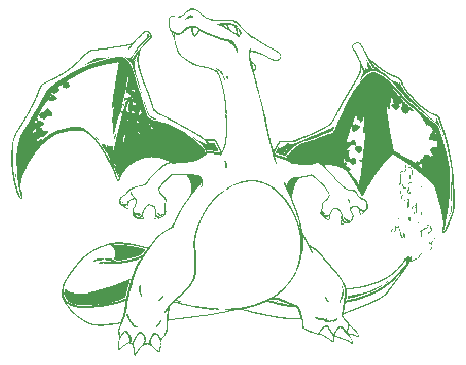
<source format=gbo>
G04*
G04 #@! TF.GenerationSoftware,Altium Limited,Altium Designer,22.9.1 (49)*
G04*
G04 Layer_Color=32896*
%FSTAX24Y24*%
%MOIN*%
G70*
G04*
G04 #@! TF.SameCoordinates,2FAE9610-6970-4823-A7E0-823FAA2A8A52*
G04*
G04*
G04 #@! TF.FilePolarity,Positive*
G04*
G01*
G75*
G36*
X011689Y018045D02*
X011654D01*
Y018079D01*
X011689D01*
Y018045D01*
D02*
G37*
G36*
X011654Y018011D02*
X01162D01*
Y018045D01*
X011654D01*
Y018011D01*
D02*
G37*
G36*
X01162Y017976D02*
X011551D01*
Y018011D01*
X01162D01*
Y017976D01*
D02*
G37*
G36*
X011311Y017942D02*
X011174D01*
Y017976D01*
X011311D01*
Y017942D01*
D02*
G37*
G36*
X011551D02*
X011517D01*
Y017908D01*
X011414D01*
Y017942D01*
X011448D01*
Y017976D01*
X011551D01*
Y017942D01*
D02*
G37*
G36*
X011174Y017908D02*
X01114D01*
Y017942D01*
X011174D01*
Y017908D01*
D02*
G37*
G36*
X01186Y017976D02*
X011929D01*
Y017908D01*
X011792D01*
Y017873D01*
X011689D01*
Y017908D01*
X011723D01*
Y017942D01*
X011757D01*
Y017976D01*
X011826D01*
Y018011D01*
X01186D01*
Y017976D01*
D02*
G37*
G36*
X011689Y017839D02*
X011654D01*
Y017873D01*
X011689D01*
Y017839D01*
D02*
G37*
G36*
X013199Y017702D02*
X013301D01*
Y017667D01*
X01337D01*
Y017633D01*
X013404D01*
Y017599D01*
X01337D01*
Y017565D01*
X013439D01*
Y01753D01*
X013473D01*
Y017496D01*
X013507D01*
Y017427D01*
X013542D01*
Y017359D01*
X013507D01*
Y017324D01*
X013473D01*
Y017427D01*
X013439D01*
Y01753D01*
X013404D01*
Y017359D01*
X013439D01*
Y017324D01*
X013473D01*
Y017256D01*
X013404D01*
Y01729D01*
X01337D01*
Y017324D01*
X013336D01*
Y017359D01*
X013267D01*
Y017393D01*
X013233D01*
Y017427D01*
X013164D01*
Y017462D01*
X01313D01*
Y017496D01*
X013061D01*
Y01753D01*
X012993D01*
Y017565D01*
X012958D01*
Y017599D01*
X01289D01*
Y017633D01*
X012787D01*
Y017667D01*
X012718D01*
Y017702D01*
X012821D01*
Y017736D01*
X013199D01*
Y017702D01*
D02*
G37*
G36*
X010453Y017427D02*
X010488D01*
Y017393D01*
X010522D01*
Y017324D01*
X010556D01*
Y017221D01*
X010522D01*
Y017187D01*
X010488D01*
Y017153D01*
X010453D01*
Y017118D01*
X010419D01*
Y017084D01*
X010385D01*
Y01705D01*
X01035D01*
Y017015D01*
X010316D01*
Y016981D01*
X010282D01*
Y016947D01*
X010247D01*
Y017015D01*
X010213D01*
Y016981D01*
X010179D01*
Y016947D01*
X010144D01*
Y016913D01*
X01011D01*
Y016878D01*
X010076D01*
Y01681D01*
X01011D01*
Y016844D01*
X010144D01*
Y016878D01*
X010179D01*
Y01681D01*
X010144D01*
Y016638D01*
X01011D01*
Y016329D01*
X010144D01*
Y016192D01*
X010179D01*
Y016055D01*
X010213D01*
Y015952D01*
X010247D01*
Y015849D01*
X010282D01*
Y015746D01*
X010316D01*
Y015677D01*
X01035D01*
Y015574D01*
X010385D01*
Y015506D01*
X010419D01*
Y015437D01*
X010453D01*
Y015334D01*
X010488D01*
Y015231D01*
X010522D01*
Y015128D01*
X010556D01*
Y015025D01*
X010591D01*
Y014888D01*
X010625D01*
Y014854D01*
X010659D01*
Y014819D01*
X010693D01*
Y014785D01*
X010728D01*
Y014751D01*
X010762D01*
Y014716D01*
X010831D01*
Y014682D01*
X010899D01*
Y014648D01*
X010968D01*
Y014613D01*
X011037D01*
Y014579D01*
X011105D01*
Y014545D01*
X011174D01*
Y01451D01*
X011243D01*
Y014476D01*
X011311D01*
Y014442D01*
X01138D01*
Y014407D01*
X011414D01*
Y014373D01*
X011483D01*
Y014339D01*
X011551D01*
Y014305D01*
X01162D01*
Y01427D01*
X011689D01*
Y014236D01*
X011757D01*
Y014202D01*
X011792D01*
Y014167D01*
X01186D01*
Y014133D01*
X011929D01*
Y014099D01*
X011997D01*
Y014064D01*
X012032D01*
Y01403D01*
X0121D01*
Y013996D01*
X012169D01*
Y013961D01*
X012203D01*
Y013927D01*
X012238D01*
Y013893D01*
X012272D01*
Y013858D01*
X012649D01*
Y013824D01*
X012684D01*
Y01379D01*
X012718D01*
Y013721D01*
X012752D01*
Y013653D01*
X012787D01*
Y013584D01*
X012821D01*
Y013515D01*
X012855D01*
Y013447D01*
X01289D01*
Y013481D01*
X012924D01*
Y013412D01*
X01289D01*
Y013344D01*
X012855D01*
Y013309D01*
X012821D01*
Y013344D01*
X012615D01*
Y013378D01*
X012375D01*
Y013344D01*
X012341D01*
Y013309D01*
X012272D01*
Y013275D01*
X012238D01*
Y013241D01*
X012169D01*
Y013206D01*
X012135D01*
Y013172D01*
X012066D01*
Y013138D01*
X011963D01*
Y013103D01*
X011757D01*
Y013069D01*
X011345D01*
Y013035D01*
X011208D01*
Y013069D01*
X01114D01*
Y013035D01*
X011037D01*
Y013001D01*
X011002D01*
Y012966D01*
X010934D01*
Y012932D01*
X010899D01*
Y012898D01*
X010865D01*
Y012863D01*
X010831D01*
Y012829D01*
X010762D01*
Y012863D01*
X010796D01*
Y012898D01*
X010831D01*
Y012932D01*
X010865D01*
Y012966D01*
X010899D01*
Y013001D01*
X010968D01*
Y013035D01*
X011002D01*
Y013069D01*
X011105D01*
Y013138D01*
X011002D01*
Y013172D01*
X010934D01*
Y013206D01*
X010831D01*
Y013241D01*
X010556D01*
Y013275D01*
X010522D01*
Y013241D01*
X010282D01*
Y013206D01*
X010179D01*
Y013172D01*
X01011D01*
Y013138D01*
X010007D01*
Y013103D01*
X009973D01*
Y013069D01*
X009904D01*
Y013035D01*
X00987D01*
Y013001D01*
X009801D01*
Y012966D01*
X009767D01*
Y012932D01*
X009733D01*
Y012898D01*
X009698D01*
Y012863D01*
X009664D01*
Y012795D01*
X00963D01*
Y01276D01*
X009595D01*
Y012726D01*
X009561D01*
Y012657D01*
X009527D01*
Y012589D01*
X009492D01*
Y012486D01*
X009458D01*
Y012451D01*
X009389D01*
Y01252D01*
X009355D01*
Y012589D01*
X009321D01*
Y012692D01*
X009287D01*
Y012795D01*
X009252D01*
Y012863D01*
X009218D01*
Y012932D01*
X009184D01*
Y013001D01*
X009149D01*
Y013069D01*
X009115D01*
Y013103D01*
X009081D01*
Y013172D01*
X009046D01*
Y013241D01*
X009012D01*
Y013309D01*
X008978D01*
Y013378D01*
X008943D01*
Y013412D01*
X008909D01*
Y013481D01*
X008875D01*
Y013515D01*
X00884D01*
Y013584D01*
X008806D01*
Y013618D01*
X008772D01*
Y013687D01*
X008737D01*
Y013721D01*
X008703D01*
Y013755D01*
X008669D01*
Y013824D01*
X008635D01*
Y013858D01*
X0086D01*
Y013893D01*
X008566D01*
Y013927D01*
X008532D01*
Y013961D01*
X008497D01*
Y013996D01*
X008463D01*
Y01403D01*
X008394D01*
Y014064D01*
X00836D01*
Y014099D01*
X008291D01*
Y014133D01*
X007742D01*
Y014099D01*
X007605D01*
Y014064D01*
X007468D01*
Y01403D01*
X007365D01*
Y013996D01*
X007296D01*
Y013961D01*
X007262D01*
Y013927D01*
X007193D01*
Y013893D01*
X007159D01*
Y013858D01*
X00709D01*
Y013824D01*
X007056D01*
Y01379D01*
X007022D01*
Y013755D01*
X006987D01*
Y013721D01*
X006953D01*
Y013687D01*
X006884D01*
Y013653D01*
X00685D01*
Y013618D01*
X006816D01*
Y01355D01*
X006781D01*
Y013515D01*
X006747D01*
Y013481D01*
X006713D01*
Y013447D01*
X006679D01*
Y013412D01*
X006644D01*
Y013344D01*
X00661D01*
Y013309D01*
X006576D01*
Y013241D01*
X006541D01*
Y013206D01*
X006507D01*
Y013138D01*
X006473D01*
Y013103D01*
X006438D01*
Y013035D01*
X006404D01*
Y012966D01*
X00637D01*
Y012863D01*
X006335D01*
Y012795D01*
X006301D01*
Y012726D01*
X006267D01*
Y012657D01*
X006232D01*
Y012554D01*
X006198D01*
Y012383D01*
X006164D01*
Y012349D01*
Y012314D01*
Y012177D01*
X006198D01*
Y012108D01*
X006232D01*
Y011868D01*
X006164D01*
Y011902D01*
X006129D01*
Y011937D01*
X006095D01*
Y012005D01*
X006061D01*
Y012074D01*
X006027D01*
Y012211D01*
X005992D01*
Y012314D01*
X005958D01*
Y012451D01*
X005924D01*
Y012657D01*
X005889D01*
Y012932D01*
X005855D01*
Y013344D01*
Y013378D01*
Y013481D01*
X005889D01*
Y013755D01*
X005924D01*
Y01276D01*
X005958D01*
Y012554D01*
X005992D01*
Y012383D01*
X006027D01*
Y01228D01*
X006061D01*
Y012143D01*
X006095D01*
Y012074D01*
X006129D01*
Y011971D01*
X006164D01*
Y011902D01*
X006198D01*
Y011971D01*
X006164D01*
Y012108D01*
X006129D01*
Y012246D01*
X006095D01*
Y012486D01*
X006061D01*
Y012966D01*
X006027D01*
Y013378D01*
X006061D01*
Y013618D01*
X006095D01*
Y013755D01*
X006129D01*
Y013893D01*
X006164D01*
Y013996D01*
X006198D01*
Y01403D01*
X006232D01*
Y014099D01*
X006267D01*
Y014167D01*
X006301D01*
Y014202D01*
X006335D01*
Y01427D01*
X00637D01*
Y014339D01*
X006404D01*
Y014373D01*
X006438D01*
Y014442D01*
X006473D01*
Y01451D01*
X006507D01*
Y014579D01*
X006541D01*
Y014613D01*
X006576D01*
Y014682D01*
X00661D01*
Y014751D01*
X006644D01*
Y014785D01*
X006679D01*
Y014854D01*
X006713D01*
Y014888D01*
X006747D01*
Y014957D01*
X006781D01*
Y015025D01*
X006816D01*
Y015094D01*
X00685D01*
Y015162D01*
X006884D01*
Y015231D01*
X006919D01*
Y015265D01*
X006953D01*
Y015334D01*
X006987D01*
Y015403D01*
X007022D01*
Y015471D01*
X007056D01*
Y015506D01*
X00709D01*
Y01554D01*
X007125D01*
Y015574D01*
X007159D01*
Y015609D01*
X007193D01*
Y015643D01*
X007262D01*
Y015677D01*
X007296D01*
Y015711D01*
X007331D01*
Y015746D01*
X007399D01*
Y01578D01*
X007433D01*
Y015814D01*
X007502D01*
Y015849D01*
X007536D01*
Y015883D01*
X007605D01*
Y015917D01*
X007674D01*
Y015952D01*
X007708D01*
Y015986D01*
X007777D01*
Y01602D01*
X007811D01*
Y016055D01*
X00788D01*
Y016089D01*
X007948D01*
Y016123D01*
X008017D01*
Y016158D01*
X008085D01*
Y016192D01*
X008154D01*
Y016226D01*
X008223D01*
Y016261D01*
X008326D01*
Y016295D01*
X008394D01*
Y016329D01*
X008463D01*
Y016363D01*
X008394D01*
Y016398D01*
X008429D01*
Y016432D01*
X008497D01*
Y016466D01*
X008566D01*
Y016501D01*
X0086D01*
Y016535D01*
X008669D01*
Y016569D01*
X009012D01*
Y016535D01*
X009149D01*
Y016569D01*
X009321D01*
Y016604D01*
X009595D01*
Y016569D01*
X009664D01*
Y016535D01*
X009698D01*
Y016501D01*
X009733D01*
Y016466D01*
X009767D01*
Y016432D01*
X009801D01*
Y016363D01*
X009836D01*
Y016295D01*
X00987D01*
Y016226D01*
X009904D01*
Y016329D01*
X00987D01*
Y016398D01*
X009836D01*
Y016432D01*
X009801D01*
Y016466D01*
X009767D01*
Y016501D01*
X009733D01*
Y016535D01*
X009698D01*
Y016569D01*
X009664D01*
Y016604D01*
X009698D01*
Y016569D01*
X009836D01*
Y016604D01*
X00987D01*
Y016638D01*
X009904D01*
Y016569D01*
X009939D01*
Y016638D01*
X009904D01*
Y016672D01*
X009939D01*
Y016638D01*
X009973D01*
Y016672D01*
X010007D01*
Y016741D01*
X009973D01*
Y01681D01*
X010007D01*
Y016844D01*
X010041D01*
Y016913D01*
X010076D01*
Y016947D01*
X01011D01*
Y016981D01*
X010144D01*
Y017015D01*
X010179D01*
Y01705D01*
X010213D01*
Y017084D01*
X010247D01*
Y017118D01*
X010282D01*
Y017153D01*
X010316D01*
Y017187D01*
X01035D01*
Y017221D01*
X010385D01*
Y017359D01*
X010453D01*
Y01729D01*
X010488D01*
Y017359D01*
X010453D01*
Y017393D01*
X010419D01*
Y017427D01*
X010316D01*
Y017393D01*
X010282D01*
Y017359D01*
X010213D01*
Y017393D01*
X010247D01*
Y017427D01*
X010282D01*
Y017462D01*
X010453D01*
Y017427D01*
D02*
G37*
G36*
X010213Y01729D02*
X010179D01*
Y017256D01*
X010144D01*
Y017221D01*
X010076D01*
Y017256D01*
X01011D01*
Y01729D01*
X010144D01*
Y017324D01*
X010179D01*
Y017359D01*
X010213D01*
Y01729D01*
D02*
G37*
G36*
X010076Y017187D02*
X010041D01*
Y017221D01*
X010076D01*
Y017187D01*
D02*
G37*
G36*
X010041Y017153D02*
X010007D01*
Y017187D01*
X010041D01*
Y017153D01*
D02*
G37*
G36*
X017351Y017015D02*
X017282D01*
Y01705D01*
X017351D01*
Y017015D01*
D02*
G37*
G36*
X017282Y016981D02*
X017248D01*
Y017015D01*
X017282D01*
Y016981D01*
D02*
G37*
G36*
X010247Y016913D02*
X010213D01*
Y016947D01*
X010247D01*
Y016913D01*
D02*
G37*
G36*
X010213Y016878D02*
X010179D01*
Y016913D01*
X010213D01*
Y016878D01*
D02*
G37*
G36*
X010007Y017084D02*
X009973D01*
Y01705D01*
X009939D01*
Y017015D01*
X009904D01*
Y016981D01*
X00987D01*
Y016913D01*
X009836D01*
Y016878D01*
X009801D01*
Y016844D01*
X009767D01*
Y016913D01*
X009801D01*
Y016947D01*
X009836D01*
Y016981D01*
X009733D01*
Y016947D01*
X009527D01*
Y016913D01*
X009287D01*
Y016878D01*
X009081D01*
Y016844D01*
X008772D01*
Y01681D01*
X008532D01*
Y016775D01*
X008463D01*
Y016741D01*
X008429D01*
Y016707D01*
X00836D01*
Y016741D01*
X008394D01*
Y016775D01*
X008429D01*
Y01681D01*
X008497D01*
Y016844D01*
X008737D01*
Y016878D01*
X009046D01*
Y016913D01*
X009252D01*
Y016947D01*
X009492D01*
Y016981D01*
X009698D01*
Y017015D01*
X009836D01*
Y01705D01*
X009904D01*
Y017084D01*
X009939D01*
Y017118D01*
X009973D01*
Y017153D01*
X010007D01*
Y017084D01*
D02*
G37*
G36*
X01114Y017565D02*
X011174D01*
Y017496D01*
X011208D01*
Y017462D01*
X011277D01*
Y017427D01*
X011345D01*
Y017393D01*
X011517D01*
Y017427D01*
X011551D01*
Y017462D01*
X011586D01*
Y017496D01*
X01162D01*
Y01753D01*
X011654D01*
Y017565D01*
X011689D01*
Y017599D01*
X011792D01*
Y017633D01*
X012032D01*
Y017599D01*
X0121D01*
Y017565D01*
X012135D01*
Y01753D01*
X012169D01*
Y017496D01*
X012238D01*
Y017462D01*
X012306D01*
Y017427D01*
X012375D01*
Y017393D01*
X012478D01*
Y017359D01*
X012547D01*
Y017324D01*
X012649D01*
Y01729D01*
X012752D01*
Y017256D01*
X012821D01*
Y017221D01*
X012958D01*
Y017187D01*
X01313D01*
Y017153D01*
X013233D01*
Y017118D01*
X013267D01*
Y017084D01*
X013301D01*
Y017015D01*
X013336D01*
Y016947D01*
X01337D01*
Y016878D01*
X013404D01*
Y016741D01*
X01337D01*
Y01681D01*
X013336D01*
Y016878D01*
X013301D01*
Y016947D01*
X013267D01*
Y016981D01*
X013233D01*
Y017015D01*
X013164D01*
Y01705D01*
X01313D01*
Y017084D01*
X013096D01*
Y017118D01*
X012958D01*
Y017153D01*
X012821D01*
Y017187D01*
X012752D01*
Y017221D01*
X012649D01*
Y017256D01*
X012581D01*
Y01729D01*
X012478D01*
Y017324D01*
X012375D01*
Y017359D01*
X012306D01*
Y017393D01*
X012238D01*
Y017427D01*
X012169D01*
Y017462D01*
X012135D01*
Y017427D01*
X0121D01*
Y017359D01*
X012066D01*
Y017324D01*
X012032D01*
Y01729D01*
X011997D01*
Y017256D01*
X011963D01*
Y01729D01*
X011929D01*
Y017324D01*
X011895D01*
Y017427D01*
X01186D01*
Y017565D01*
X011792D01*
Y01753D01*
X011723D01*
Y017496D01*
X011689D01*
Y017462D01*
X01162D01*
Y017393D01*
X011551D01*
Y017359D01*
X011483D01*
Y017324D01*
X011345D01*
Y017359D01*
X011311D01*
Y017153D01*
X011277D01*
Y017256D01*
X011243D01*
Y017324D01*
X011208D01*
Y017427D01*
X011174D01*
Y017462D01*
X01114D01*
Y017565D01*
X011105D01*
Y017599D01*
Y017633D01*
Y017908D01*
X01114D01*
Y017565D01*
D02*
G37*
G36*
X009973Y016707D02*
X009939D01*
Y016741D01*
X009973D01*
Y016707D01*
D02*
G37*
G36*
X011963Y018182D02*
X012032D01*
Y018148D01*
X0121D01*
Y018114D01*
X012135D01*
Y018079D01*
X012169D01*
Y018045D01*
X012203D01*
Y018011D01*
X012272D01*
Y017976D01*
X012306D01*
Y017942D01*
X012341D01*
Y017908D01*
X012444D01*
Y017873D01*
X012581D01*
Y017839D01*
X013301D01*
Y017805D01*
X01337D01*
Y01777D01*
X013404D01*
Y017736D01*
X013439D01*
Y017702D01*
X013473D01*
Y017667D01*
X013507D01*
Y017599D01*
X013542D01*
Y017565D01*
X013576D01*
Y01753D01*
X01361D01*
Y017496D01*
X013645D01*
Y017462D01*
X013679D01*
Y017427D01*
X013713D01*
Y017393D01*
X013782D01*
Y017359D01*
X013816D01*
Y017324D01*
X013851D01*
Y01729D01*
X013919D01*
Y017256D01*
X013988D01*
Y017221D01*
X014022D01*
Y017187D01*
X014091D01*
Y017153D01*
X014125D01*
Y017118D01*
X014194D01*
Y017084D01*
X014228D01*
Y01705D01*
X014297D01*
Y017015D01*
X014365D01*
Y016981D01*
X0144D01*
Y016947D01*
X014468D01*
Y016913D01*
X014537D01*
Y016878D01*
X014605D01*
Y016844D01*
X014674D01*
Y01681D01*
X014743D01*
Y016775D01*
X014777D01*
Y016741D01*
X014811D01*
Y016707D01*
X014846D01*
Y016638D01*
X014811D01*
Y016707D01*
X014777D01*
Y016741D01*
X014708D01*
Y016775D01*
X014674D01*
Y01681D01*
X014605D01*
Y016844D01*
X014537D01*
Y016878D01*
X014468D01*
Y016913D01*
X0144D01*
Y016947D01*
X014331D01*
Y016981D01*
X014297D01*
Y017015D01*
X014228D01*
Y01705D01*
X014159D01*
Y017084D01*
X014125D01*
Y017118D01*
X014056D01*
Y017153D01*
X014022D01*
Y017187D01*
X013953D01*
Y017221D01*
X013851D01*
Y017256D01*
X013816D01*
Y01729D01*
X013782D01*
Y017324D01*
X013748D01*
Y017359D01*
X013713D01*
Y017393D01*
X013679D01*
Y017427D01*
X013645D01*
Y017462D01*
X01361D01*
Y017496D01*
X013576D01*
Y01753D01*
X013542D01*
Y017565D01*
X013507D01*
Y017599D01*
X013473D01*
Y017633D01*
X013439D01*
Y017667D01*
X013404D01*
Y017702D01*
X01337D01*
Y017736D01*
X013301D01*
Y01777D01*
X013267D01*
Y017805D01*
X012512D01*
Y017839D01*
X012444D01*
Y017873D01*
X012341D01*
Y017908D01*
X012306D01*
Y017942D01*
X012238D01*
Y017976D01*
X012203D01*
Y018011D01*
X012169D01*
Y018045D01*
X012135D01*
Y018079D01*
X0121D01*
Y018114D01*
X012032D01*
Y018148D01*
X011826D01*
Y018114D01*
X011757D01*
Y018079D01*
X011689D01*
Y018114D01*
X011723D01*
Y018148D01*
X011792D01*
Y018182D01*
X011826D01*
Y018217D01*
X011963D01*
Y018182D01*
D02*
G37*
G36*
X009115Y016569D02*
X009081D01*
Y016604D01*
X009115D01*
Y016569D01*
D02*
G37*
G36*
X014846Y016535D02*
X014811D01*
Y016569D01*
Y016604D01*
X014846D01*
Y016535D01*
D02*
G37*
G36*
X00836Y016672D02*
X008326D01*
Y016638D01*
X008291D01*
Y016604D01*
X008257D01*
Y016569D01*
X008223D01*
Y016535D01*
X008188D01*
Y016501D01*
X008154D01*
Y016569D01*
X008188D01*
Y016604D01*
X008223D01*
Y016638D01*
X008257D01*
Y016672D01*
X008291D01*
Y016707D01*
X00836D01*
Y016672D01*
D02*
G37*
G36*
X017728Y016466D02*
X017694D01*
Y016501D01*
X017728D01*
Y016466D01*
D02*
G37*
G36*
X013851Y01681D02*
X014022D01*
Y016775D01*
X014091D01*
Y016741D01*
X014194D01*
Y016707D01*
X014262D01*
Y016672D01*
X014331D01*
Y016638D01*
X0144D01*
Y016604D01*
X014434D01*
Y016569D01*
X014503D01*
Y016535D01*
X014605D01*
Y016501D01*
X014743D01*
Y016535D01*
X014811D01*
Y016501D01*
X014777D01*
Y016466D01*
X014571D01*
Y016501D01*
X014503D01*
Y016535D01*
X014434D01*
Y016569D01*
X0144D01*
Y016604D01*
X014331D01*
Y016638D01*
X014262D01*
Y016672D01*
X014159D01*
Y016707D01*
X014056D01*
Y016741D01*
X013919D01*
Y016775D01*
X013851D01*
Y016741D01*
X013816D01*
Y016569D01*
X013851D01*
Y016466D01*
X013885D01*
Y016432D01*
X013919D01*
Y016398D01*
X013953D01*
Y016363D01*
X013988D01*
Y016329D01*
X014022D01*
Y016158D01*
X013988D01*
Y016123D01*
X013953D01*
Y01602D01*
X013988D01*
Y015883D01*
X014022D01*
Y01578D01*
X014056D01*
Y015609D01*
X014091D01*
Y015506D01*
X014125D01*
Y015368D01*
X014091D01*
Y015471D01*
X014056D01*
Y015574D01*
X014022D01*
Y015711D01*
X013988D01*
Y015849D01*
X013953D01*
Y015986D01*
X013919D01*
Y016089D01*
X013885D01*
Y016192D01*
X013851D01*
Y016295D01*
X013816D01*
Y016466D01*
X013782D01*
Y016844D01*
X013816D01*
Y016878D01*
X013851D01*
Y01681D01*
D02*
G37*
G36*
X008154Y016466D02*
X00812D01*
Y016501D01*
X008154D01*
Y016466D01*
D02*
G37*
G36*
X00812Y016432D02*
X008085D01*
Y016466D01*
X00812D01*
Y016432D01*
D02*
G37*
G36*
X00836Y016329D02*
X008326D01*
Y016363D01*
X00836D01*
Y016329D01*
D02*
G37*
G36*
X008085Y016398D02*
X008051D01*
Y016363D01*
X008017D01*
Y016329D01*
X007983D01*
Y016295D01*
X007948D01*
Y016261D01*
X007914D01*
Y016226D01*
X007845D01*
Y016261D01*
X00788D01*
Y016295D01*
X007914D01*
Y016329D01*
X007948D01*
Y016363D01*
X007983D01*
Y016398D01*
X008017D01*
Y016432D01*
X008085D01*
Y016398D01*
D02*
G37*
G36*
X017454Y01705D02*
X017522D01*
Y017015D01*
Y016981D01*
X017557D01*
Y016947D01*
X017591D01*
Y016878D01*
X017625D01*
Y01681D01*
X01766D01*
Y016775D01*
X017694D01*
Y016707D01*
X017728D01*
Y016638D01*
X017763D01*
Y016569D01*
X017797D01*
Y016535D01*
X017831D01*
Y016501D01*
X017865D01*
Y016466D01*
X017934D01*
Y016432D01*
X017968D01*
Y016398D01*
X018003D01*
Y016363D01*
X018037D01*
Y016329D01*
X018071D01*
Y016295D01*
X018106D01*
Y016261D01*
X018174D01*
Y016226D01*
X018209D01*
Y016192D01*
X018243D01*
Y016158D01*
X018312D01*
Y016123D01*
X018346D01*
Y016089D01*
X018415D01*
Y016055D01*
X018483D01*
Y01602D01*
X018552D01*
Y015986D01*
X018655D01*
Y015952D01*
X018723D01*
Y015917D01*
X018792D01*
Y015883D01*
X018826D01*
Y015849D01*
X018861D01*
Y015814D01*
X018895D01*
Y015746D01*
X018929D01*
Y015643D01*
X018964D01*
Y015609D01*
X018998D01*
Y01554D01*
X019032D01*
Y015506D01*
X019067D01*
Y015437D01*
X019101D01*
Y015403D01*
X019135D01*
Y015368D01*
X019169D01*
Y015334D01*
X019204D01*
Y0153D01*
X019238D01*
Y015265D01*
X019272D01*
Y015197D01*
X019307D01*
Y015162D01*
X019341D01*
Y015128D01*
X019375D01*
Y015094D01*
X01941D01*
Y015059D01*
X019444D01*
Y015025D01*
X019478D01*
Y014991D01*
X019513D01*
Y014957D01*
X019581D01*
Y014922D01*
X019616D01*
Y014888D01*
X01965D01*
Y014854D01*
X019719D01*
Y014819D01*
X019753D01*
Y014785D01*
X019787D01*
Y014751D01*
X019856D01*
Y014716D01*
X019959D01*
Y014682D01*
X020062D01*
Y014648D01*
X020096D01*
Y014613D01*
X02013D01*
Y014579D01*
X020165D01*
Y014476D01*
X020199D01*
Y014373D01*
X020233D01*
Y01427D01*
X020268D01*
Y014167D01*
X020302D01*
Y014064D01*
X020336D01*
Y013927D01*
X020371D01*
Y013824D01*
X020405D01*
Y013687D01*
X020439D01*
Y013515D01*
X020473D01*
Y013344D01*
X020508D01*
Y013172D01*
X020542D01*
Y012932D01*
X020576D01*
Y012692D01*
X020611D01*
Y012211D01*
X020645D01*
Y011525D01*
X020611D01*
Y011388D01*
X020576D01*
Y011285D01*
X020542D01*
Y011182D01*
X020508D01*
Y011113D01*
X020473D01*
Y01101D01*
X020439D01*
Y010942D01*
X020405D01*
Y010873D01*
X020371D01*
Y010804D01*
X020336D01*
Y01077D01*
X020302D01*
Y010736D01*
X020233D01*
Y010942D01*
X020268D01*
Y011147D01*
X020233D01*
Y011353D01*
X020199D01*
Y011422D01*
Y011456D01*
Y011525D01*
X020165D01*
Y011662D01*
X02013D01*
Y011765D01*
X020096D01*
Y011902D01*
X020062D01*
Y01204D01*
X020027D01*
Y012143D01*
X019993D01*
Y012246D01*
X019959D01*
Y012314D01*
X019924D01*
Y012349D01*
X01989D01*
Y012383D01*
X019856D01*
Y012417D01*
X019821D01*
Y012451D01*
X019787D01*
Y012486D01*
X019753D01*
Y01252D01*
X019719D01*
Y012554D01*
X019684D01*
Y012589D01*
X019616D01*
Y012623D01*
X019581D01*
Y012657D01*
X019547D01*
Y012692D01*
X019513D01*
Y012726D01*
X019444D01*
Y01276D01*
X01941D01*
Y012795D01*
X019375D01*
Y012829D01*
X019341D01*
Y012863D01*
X019272D01*
Y012898D01*
X019238D01*
Y012932D01*
X019169D01*
Y013001D01*
X019101D01*
Y013035D01*
X019067D01*
Y013069D01*
X018998D01*
Y013103D01*
X018964D01*
Y013138D01*
X018895D01*
Y013172D01*
X018861D01*
Y013206D01*
X018792D01*
Y013241D01*
X018723D01*
Y013275D01*
X018689D01*
Y013309D01*
X01862D01*
Y013344D01*
X018552D01*
Y013309D01*
X018517D01*
Y013275D01*
X018483D01*
Y013241D01*
X018449D01*
Y013206D01*
X018415D01*
Y013172D01*
X01838D01*
Y013138D01*
X018346D01*
Y013103D01*
X018312D01*
Y013069D01*
X018277D01*
Y013035D01*
X018243D01*
Y012966D01*
X018209D01*
Y012932D01*
X018174D01*
Y012898D01*
X01814D01*
Y012829D01*
X018106D01*
Y012795D01*
X018071D01*
Y01276D01*
X018037D01*
Y012692D01*
X018003D01*
Y012657D01*
X017968D01*
Y012589D01*
X017934D01*
Y01252D01*
X0179D01*
Y012486D01*
X017865D01*
Y012417D01*
X017831D01*
Y012349D01*
X017797D01*
Y012314D01*
X017763D01*
Y01228D01*
X017728D01*
Y012211D01*
X017694D01*
Y012143D01*
X01766D01*
Y012074D01*
X017625D01*
Y012005D01*
X017591D01*
Y011971D01*
X017522D01*
Y01204D01*
X017488D01*
Y012108D01*
X017454D01*
Y012143D01*
X017419D01*
Y012211D01*
X017385D01*
Y01228D01*
X017351D01*
Y012314D01*
X017316D01*
Y012383D01*
X017282D01*
Y012451D01*
X017248D01*
Y012486D01*
X017213D01*
Y012554D01*
X017179D01*
Y012589D01*
X017145D01*
Y012657D01*
X017111D01*
Y012692D01*
X017076D01*
Y01276D01*
X017042D01*
Y012795D01*
X017008D01*
Y012829D01*
X016939D01*
Y012863D01*
X016905D01*
Y012898D01*
X016802D01*
Y012932D01*
X016733D01*
Y012966D01*
X016561D01*
Y013001D01*
X016321D01*
Y012932D01*
X016356D01*
Y012863D01*
X01639D01*
Y012829D01*
X016424D01*
Y012795D01*
X016459D01*
Y01276D01*
X016493D01*
Y012726D01*
X016527D01*
Y012692D01*
X016561D01*
Y012657D01*
X016596D01*
Y012623D01*
X01663D01*
Y012589D01*
X016664D01*
Y01252D01*
X016699D01*
Y012486D01*
X016733D01*
Y012451D01*
X016767D01*
Y012417D01*
X016802D01*
Y012383D01*
X016836D01*
Y012349D01*
X01687D01*
Y012314D01*
X016905D01*
Y01228D01*
X016973D01*
Y012246D01*
X017008D01*
Y012211D01*
X017076D01*
Y012177D01*
X017316D01*
Y012143D01*
X017351D01*
Y012108D01*
X017385D01*
Y01204D01*
X017419D01*
Y011971D01*
X017454D01*
Y011937D01*
X017522D01*
Y011902D01*
X017591D01*
Y011868D01*
X01766D01*
Y011834D01*
X017694D01*
Y011799D01*
X017728D01*
Y011697D01*
X017763D01*
Y011525D01*
X017728D01*
Y011491D01*
X017694D01*
Y011456D01*
X01766D01*
Y011422D01*
X017625D01*
Y011388D01*
X017591D01*
Y011422D01*
X017557D01*
Y011456D01*
X017488D01*
Y011388D01*
X017522D01*
Y011319D01*
X017488D01*
Y011388D01*
X017454D01*
Y011525D01*
X017419D01*
Y011559D01*
X017385D01*
Y011594D01*
X017248D01*
Y011559D01*
X017213D01*
Y011525D01*
X017179D01*
Y011456D01*
X017213D01*
Y011388D01*
X017248D01*
Y011319D01*
X017282D01*
Y01125D01*
X017248D01*
Y011147D01*
X017213D01*
Y011113D01*
X017179D01*
Y011182D01*
X017213D01*
Y011285D01*
X017248D01*
Y011319D01*
X017213D01*
Y011388D01*
X017179D01*
Y011422D01*
Y011456D01*
X017145D01*
Y011594D01*
X017213D01*
Y011628D01*
X017419D01*
Y011594D01*
X017454D01*
Y011559D01*
X017488D01*
Y011525D01*
X017557D01*
Y011491D01*
X01766D01*
Y011525D01*
X017694D01*
Y011765D01*
X01766D01*
Y011799D01*
X017625D01*
Y011834D01*
X017522D01*
Y011868D01*
X017488D01*
Y011902D01*
X017454D01*
Y011937D01*
X017419D01*
Y011971D01*
X017385D01*
Y012005D01*
Y01204D01*
X017351D01*
Y012074D01*
X017316D01*
Y012108D01*
X017248D01*
Y012143D01*
X017076D01*
Y012177D01*
X017008D01*
Y012211D01*
X016939D01*
Y012246D01*
X016905D01*
Y01228D01*
X01687D01*
Y012314D01*
X016836D01*
Y012349D01*
X016802D01*
Y012383D01*
X016767D01*
Y012417D01*
X016733D01*
Y012451D01*
X016699D01*
Y012486D01*
X016664D01*
Y01252D01*
X01663D01*
Y012554D01*
Y012589D01*
X016596D01*
Y012623D01*
X016561D01*
Y012657D01*
X016527D01*
Y012692D01*
X016493D01*
Y012726D01*
X016459D01*
Y01276D01*
X016424D01*
Y012795D01*
X01639D01*
Y012829D01*
X016356D01*
Y012863D01*
X016321D01*
Y012898D01*
X016287D01*
Y012932D01*
X016253D01*
Y012966D01*
X016218D01*
Y013001D01*
X01615D01*
Y013035D01*
X016115D01*
Y013069D01*
X016012D01*
Y013035D01*
X015909D01*
Y013001D01*
X015429D01*
Y013035D01*
X015189D01*
Y013069D01*
X015155D01*
Y013103D01*
X015086D01*
Y013138D01*
X015017D01*
Y013172D01*
X014914D01*
Y013206D01*
X014811D01*
Y013241D01*
X014708D01*
Y013275D01*
X01464D01*
Y013241D01*
X014674D01*
Y013103D01*
X014708D01*
Y013069D01*
Y013035D01*
X014674D01*
Y013103D01*
X01464D01*
Y013172D01*
X014605D01*
Y013275D01*
X014571D01*
Y013412D01*
X014537D01*
Y01355D01*
X014503D01*
Y013687D01*
X014468D01*
Y013824D01*
X014434D01*
Y013961D01*
X0144D01*
Y014133D01*
X014365D01*
Y01427D01*
X014331D01*
Y014442D01*
X014297D01*
Y014613D01*
X014262D01*
Y014785D01*
X014228D01*
Y014957D01*
X014194D01*
Y015094D01*
X014159D01*
Y015197D01*
X014194D01*
Y015094D01*
X014228D01*
Y014957D01*
X014262D01*
Y014819D01*
X014297D01*
Y014682D01*
X014331D01*
Y014579D01*
X014365D01*
Y014373D01*
X0144D01*
Y014202D01*
X014434D01*
Y01403D01*
X014468D01*
Y013893D01*
X014503D01*
Y013721D01*
X014537D01*
Y013618D01*
X014571D01*
Y013515D01*
X01464D01*
Y01355D01*
X014674D01*
Y013618D01*
X014708D01*
Y013687D01*
X014743D01*
Y013721D01*
X014777D01*
Y01379D01*
X015257D01*
Y013824D01*
X01536D01*
Y013858D01*
X015429D01*
Y013893D01*
X015532D01*
Y013927D01*
X015601D01*
Y013961D01*
X015704D01*
Y013996D01*
X015807D01*
Y013961D01*
X015738D01*
Y013927D01*
X015669D01*
Y013893D01*
X015566D01*
Y013858D01*
X015498D01*
Y013824D01*
X015429D01*
Y01379D01*
X01536D01*
Y013755D01*
X014811D01*
Y013687D01*
X014777D01*
Y013653D01*
X014743D01*
Y013584D01*
X014777D01*
Y01355D01*
X014846D01*
Y013584D01*
X014914D01*
Y013618D01*
X014983D01*
Y013653D01*
X015017D01*
Y013687D01*
X015052D01*
Y013721D01*
X01512D01*
Y013687D01*
X015292D01*
Y013721D01*
X015395D01*
Y013755D01*
X015463D01*
Y01379D01*
X015566D01*
Y013824D01*
X015635D01*
Y013858D01*
X015704D01*
Y013893D01*
X015772D01*
Y013927D01*
X015841D01*
Y013961D01*
X015944D01*
Y013996D01*
X016047D01*
Y01403D01*
X016115D01*
Y014064D01*
X016184D01*
Y014099D01*
X016287D01*
Y014133D01*
X016356D01*
Y014167D01*
X016424D01*
Y014202D01*
X016527D01*
Y014236D01*
X016561D01*
Y01427D01*
X01663D01*
Y014202D01*
X016596D01*
Y014133D01*
X01663D01*
Y014167D01*
X016664D01*
Y01427D01*
X016699D01*
Y014339D01*
X016733D01*
Y014442D01*
X016767D01*
Y01451D01*
X016802D01*
Y014579D01*
X016836D01*
Y014648D01*
X01687D01*
Y014716D01*
X016905D01*
Y014785D01*
X016939D01*
Y014888D01*
X016973D01*
Y014957D01*
X017008D01*
Y015025D01*
X017042D01*
Y015094D01*
X017076D01*
Y015162D01*
X017111D01*
Y015231D01*
X017145D01*
Y015265D01*
X017179D01*
Y015334D01*
X017213D01*
Y015403D01*
X017248D01*
Y015471D01*
X017282D01*
Y015506D01*
X017316D01*
Y01554D01*
X017351D01*
Y015609D01*
X017385D01*
Y015643D01*
X017419D01*
Y015677D01*
X017454D01*
Y015711D01*
X017488D01*
Y01578D01*
X017522D01*
Y015814D01*
X017488D01*
Y015849D01*
X017522D01*
Y015814D01*
X017557D01*
Y015849D01*
X017522D01*
Y015952D01*
X017557D01*
Y01602D01*
X017591D01*
Y016158D01*
X017557D01*
Y016226D01*
X017522D01*
Y016055D01*
X017488D01*
Y015986D01*
X017454D01*
Y015917D01*
X017419D01*
Y015849D01*
X017385D01*
Y015814D01*
X017351D01*
Y015883D01*
X017385D01*
Y015952D01*
X017419D01*
Y01602D01*
X017454D01*
Y016123D01*
X017488D01*
Y016432D01*
X017454D01*
Y016501D01*
X017419D01*
Y016569D01*
X017385D01*
Y016638D01*
X017351D01*
Y016707D01*
X017316D01*
Y016775D01*
X017282D01*
Y01681D01*
X017248D01*
Y016878D01*
X017213D01*
Y016913D01*
Y016981D01*
X017248D01*
Y016878D01*
X017282D01*
Y016844D01*
X017316D01*
Y01681D01*
X017351D01*
Y016775D01*
Y016741D01*
X017385D01*
Y016672D01*
X017419D01*
Y016604D01*
X017454D01*
Y016501D01*
X017488D01*
Y016466D01*
X017522D01*
Y016363D01*
X017557D01*
Y016295D01*
X017591D01*
Y016226D01*
X017625D01*
Y016158D01*
X01766D01*
Y016226D01*
X017694D01*
Y016192D01*
X017763D01*
Y016261D01*
X017728D01*
Y016432D01*
X017763D01*
Y016398D01*
X017797D01*
Y016329D01*
X017831D01*
Y016295D01*
X017865D01*
Y016226D01*
X0179D01*
Y016192D01*
X017968D01*
Y016226D01*
X0179D01*
Y016295D01*
X017865D01*
Y016363D01*
X017831D01*
Y016398D01*
X017797D01*
Y016466D01*
X017763D01*
Y016535D01*
X017728D01*
Y016604D01*
X017694D01*
Y016672D01*
X01766D01*
Y016741D01*
X017625D01*
Y01681D01*
X017591D01*
Y016878D01*
X017557D01*
Y016913D01*
X017522D01*
Y016981D01*
X017488D01*
Y017015D01*
X017454D01*
Y01705D01*
X017351D01*
Y017084D01*
X017454D01*
Y01705D01*
D02*
G37*
G36*
X007845Y016192D02*
X007811D01*
Y016158D01*
X007777D01*
Y016123D01*
X007708D01*
Y016158D01*
X007742D01*
Y016192D01*
X007777D01*
Y016226D01*
X007845D01*
Y016192D01*
D02*
G37*
G36*
X007708Y016089D02*
X007674D01*
Y016055D01*
X007605D01*
Y016089D01*
X007639D01*
Y016123D01*
X007708D01*
Y016089D01*
D02*
G37*
G36*
X012718Y016192D02*
X012787D01*
Y016158D01*
X012821D01*
Y016123D01*
X01289D01*
Y016055D01*
X012924D01*
Y01602D01*
Y015986D01*
X01289D01*
Y01602D01*
X012855D01*
Y016055D01*
X012821D01*
Y016123D01*
X012752D01*
Y016158D01*
X012718D01*
Y016192D01*
X012684D01*
Y016226D01*
X012718D01*
Y016192D01*
D02*
G37*
G36*
X007605Y01602D02*
X007571D01*
Y015986D01*
X007502D01*
Y015952D01*
X007433D01*
Y015986D01*
X007468D01*
Y01602D01*
X007536D01*
Y016055D01*
X007605D01*
Y01602D01*
D02*
G37*
G36*
X013096Y015917D02*
Y015849D01*
X013061D01*
Y015883D01*
X013027D01*
Y015952D01*
X013096D01*
Y015917D01*
D02*
G37*
G36*
X012958Y015883D02*
X012993D01*
Y015849D01*
Y015814D01*
X012958D01*
Y015883D01*
X012924D01*
Y015917D01*
Y015952D01*
X012958D01*
Y015883D01*
D02*
G37*
G36*
X007433Y015917D02*
X007399D01*
Y015883D01*
X007331D01*
Y015849D01*
X007262D01*
Y015814D01*
X007159D01*
Y015849D01*
X007228D01*
Y015883D01*
X007296D01*
Y015917D01*
X007365D01*
Y015952D01*
X007433D01*
Y015917D01*
D02*
G37*
G36*
X007159Y01578D02*
X00709D01*
Y015814D01*
X007159D01*
Y01578D01*
D02*
G37*
G36*
X00709Y015746D02*
X007022D01*
Y01578D01*
X00709D01*
Y015746D01*
D02*
G37*
G36*
X007022Y015711D02*
X006953D01*
Y015746D01*
X007022D01*
Y015711D01*
D02*
G37*
G36*
X006953Y015677D02*
X006884D01*
Y015711D01*
X006953D01*
Y015677D01*
D02*
G37*
G36*
X014159Y015231D02*
X014125D01*
Y015334D01*
X014159D01*
Y015231D01*
D02*
G37*
G36*
X006884Y015609D02*
X00685D01*
Y01554D01*
X006816D01*
Y015471D01*
X006781D01*
Y015368D01*
X006747D01*
Y0153D01*
Y015265D01*
X006713D01*
Y015231D01*
X006679D01*
Y015334D01*
X006713D01*
Y015403D01*
X006747D01*
Y015506D01*
X006781D01*
Y015574D01*
X006816D01*
Y015643D01*
X00685D01*
Y015677D01*
X006884D01*
Y015609D01*
D02*
G37*
G36*
X006679Y015128D02*
X006644D01*
Y015059D01*
X00661D01*
Y014991D01*
X006576D01*
Y014922D01*
X006541D01*
Y014888D01*
X006507D01*
Y014957D01*
X006541D01*
Y015025D01*
X006576D01*
Y015094D01*
X00661D01*
Y015162D01*
X006644D01*
Y015231D01*
X006679D01*
Y015128D01*
D02*
G37*
G36*
X017351Y015746D02*
X017316D01*
Y015677D01*
X017282D01*
Y015643D01*
X017248D01*
Y015574D01*
X017213D01*
Y015506D01*
X017179D01*
Y015471D01*
X017145D01*
Y015403D01*
X017111D01*
Y015334D01*
X017076D01*
Y0153D01*
X017042D01*
Y015231D01*
X017008D01*
Y015162D01*
X016973D01*
Y015128D01*
X016939D01*
Y015059D01*
X016905D01*
Y014991D01*
X01687D01*
Y014922D01*
X016836D01*
Y014854D01*
X016802D01*
Y014785D01*
X016767D01*
Y014751D01*
X016733D01*
Y014785D01*
Y014819D01*
X016767D01*
Y014888D01*
X016802D01*
Y014957D01*
X016836D01*
Y015025D01*
X01687D01*
Y015094D01*
X016905D01*
Y015162D01*
X016939D01*
Y015197D01*
X016973D01*
Y015265D01*
X017008D01*
Y015334D01*
X017042D01*
Y015368D01*
X017076D01*
Y015437D01*
X017111D01*
Y015506D01*
X017145D01*
Y01554D01*
X017179D01*
Y015609D01*
X017213D01*
Y015677D01*
X017248D01*
Y015711D01*
X017282D01*
Y01578D01*
X017316D01*
Y015814D01*
X017351D01*
Y015746D01*
D02*
G37*
G36*
X011345Y017084D02*
Y01705D01*
Y016981D01*
X01138D01*
Y016878D01*
X011414D01*
Y01681D01*
X011448D01*
Y016775D01*
Y016741D01*
X011483D01*
Y016707D01*
X011517D01*
Y016638D01*
X011551D01*
Y016604D01*
X01162D01*
Y016569D01*
X011654D01*
Y016535D01*
X011723D01*
Y016501D01*
X011757D01*
Y016466D01*
X011826D01*
Y016432D01*
X011895D01*
Y016398D01*
X011963D01*
Y016363D01*
X012032D01*
Y016329D01*
X012135D01*
Y016295D01*
X012306D01*
Y016261D01*
X012444D01*
Y016226D01*
X012547D01*
Y016192D01*
X012615D01*
Y016158D01*
X012718D01*
Y016123D01*
X012752D01*
Y016055D01*
X012787D01*
Y015986D01*
X012821D01*
Y015952D01*
Y015883D01*
X012855D01*
Y01578D01*
X01289D01*
Y015746D01*
Y015711D01*
Y015677D01*
X012924D01*
Y01554D01*
X012958D01*
Y015506D01*
Y015368D01*
X012993D01*
Y015197D01*
Y015162D01*
X013027D01*
Y014819D01*
X013061D01*
Y014682D01*
X013027D01*
Y014716D01*
X012993D01*
Y015128D01*
X012958D01*
Y015368D01*
X012924D01*
Y01554D01*
X01289D01*
Y015574D01*
Y015677D01*
X012855D01*
Y01578D01*
X012821D01*
Y015849D01*
Y015883D01*
X012787D01*
Y015986D01*
X012752D01*
Y01602D01*
X012718D01*
Y016055D01*
Y016089D01*
X012649D01*
Y016123D01*
X012615D01*
Y016158D01*
X012512D01*
Y016192D01*
X012444D01*
Y016226D01*
X012272D01*
Y016261D01*
X012135D01*
Y016295D01*
X011997D01*
Y016329D01*
X011895D01*
Y016363D01*
X01186D01*
Y016398D01*
X011792D01*
Y016432D01*
X011757D01*
Y016466D01*
X011689D01*
Y016501D01*
X011654D01*
Y016535D01*
X01162D01*
Y016569D01*
X011551D01*
Y016604D01*
X011517D01*
Y016638D01*
X011483D01*
Y016672D01*
X011448D01*
Y016707D01*
X011414D01*
Y016775D01*
X01138D01*
Y016878D01*
X011345D01*
Y016947D01*
Y016981D01*
X011311D01*
Y017118D01*
X011345D01*
Y017084D01*
D02*
G37*
G36*
X006507Y014819D02*
Y014785D01*
X006473D01*
Y014716D01*
X006438D01*
Y014682D01*
X006404D01*
Y014751D01*
X006438D01*
Y014819D01*
X006473D01*
Y014888D01*
X006507D01*
Y014819D01*
D02*
G37*
G36*
X016733Y014648D02*
X016699D01*
Y014613D01*
X016664D01*
Y014682D01*
X016699D01*
Y014751D01*
X016733D01*
Y014648D01*
D02*
G37*
G36*
X006404Y014613D02*
X00637D01*
Y014648D01*
Y014682D01*
X006404D01*
Y014613D01*
D02*
G37*
G36*
X016664Y014545D02*
X01663D01*
Y014579D01*
Y014613D01*
X016664D01*
Y014545D01*
D02*
G37*
G36*
X01663Y014476D02*
X016596D01*
Y014442D01*
X016561D01*
Y014476D01*
Y01451D01*
X016596D01*
Y014545D01*
X01663D01*
Y014476D01*
D02*
G37*
G36*
X00637Y014545D02*
X006335D01*
Y01451D01*
Y014476D01*
X006301D01*
Y014442D01*
X006267D01*
Y01451D01*
X006301D01*
Y014579D01*
X006335D01*
Y014613D01*
X00637D01*
Y014545D01*
D02*
G37*
G36*
X016561Y014373D02*
X016527D01*
Y014339D01*
X016493D01*
Y014305D01*
X016424D01*
Y014339D01*
X016459D01*
Y014373D01*
X016493D01*
Y014407D01*
X016527D01*
Y014442D01*
X016561D01*
Y014373D01*
D02*
G37*
G36*
X016424Y01427D02*
X016356D01*
Y014305D01*
X016424D01*
Y01427D01*
D02*
G37*
G36*
X006267Y014373D02*
X006232D01*
Y014305D01*
X006198D01*
Y01427D01*
X006164D01*
Y014202D01*
X006129D01*
Y014167D01*
X006095D01*
Y014236D01*
X006129D01*
Y014305D01*
X006164D01*
Y014339D01*
X006198D01*
Y014373D01*
Y014407D01*
X006232D01*
Y014442D01*
X006267D01*
Y014373D01*
D02*
G37*
G36*
X006095Y014099D02*
X006061D01*
Y014064D01*
X006027D01*
Y014133D01*
X006061D01*
Y014167D01*
X006095D01*
Y014099D01*
D02*
G37*
G36*
X016356Y014236D02*
X016321D01*
Y014202D01*
X016253D01*
Y014167D01*
X016184D01*
Y014133D01*
X016115D01*
Y014099D01*
X016047D01*
Y014064D01*
X015978D01*
Y01403D01*
X015909D01*
Y013996D01*
X015807D01*
Y01403D01*
X015875D01*
Y014064D01*
X015944D01*
Y014099D01*
X016012D01*
Y014133D01*
X016081D01*
Y014167D01*
X01615D01*
Y014202D01*
X016218D01*
Y014236D01*
X016287D01*
Y01427D01*
X016356D01*
Y014236D01*
D02*
G37*
G36*
X006027Y013961D02*
X005992D01*
Y013893D01*
X005958D01*
Y013996D01*
X005992D01*
Y014064D01*
X006027D01*
Y013961D01*
D02*
G37*
G36*
X005958Y013858D02*
Y013824D01*
Y01379D01*
X005924D01*
Y013893D01*
X005958D01*
Y013858D01*
D02*
G37*
G36*
X013027Y014648D02*
X013061D01*
Y013893D01*
X013027D01*
Y013653D01*
X012993D01*
Y01355D01*
X012958D01*
Y013481D01*
X012924D01*
Y013584D01*
X012958D01*
Y013687D01*
X012993D01*
Y013927D01*
X013027D01*
Y014545D01*
X012993D01*
Y014648D01*
Y014682D01*
X013027D01*
Y014648D01*
D02*
G37*
G36*
X019032Y012898D02*
X018998D01*
Y013001D01*
X019032D01*
Y012898D01*
D02*
G37*
G36*
X013027Y013069D02*
X013061D01*
Y013035D01*
Y013001D01*
Y012898D01*
X012993D01*
Y013103D01*
X012958D01*
Y013138D01*
X013027D01*
Y013069D01*
D02*
G37*
G36*
X019169Y012898D02*
X019204D01*
Y012863D01*
X019169D01*
Y012898D01*
X019101D01*
Y012932D01*
X019169D01*
Y012898D01*
D02*
G37*
G36*
X019032Y012795D02*
X018998D01*
Y012863D01*
X019032D01*
Y012795D01*
D02*
G37*
G36*
X010762D02*
X010728D01*
Y012829D01*
X010762D01*
Y012795D01*
D02*
G37*
G36*
X018998Y01276D02*
X018964D01*
Y012795D01*
X018998D01*
Y01276D01*
D02*
G37*
G36*
X018929D02*
X018861D01*
Y012795D01*
X018929D01*
Y01276D01*
D02*
G37*
G36*
X010728D02*
X010693D01*
Y012795D01*
X010728D01*
Y01276D01*
D02*
G37*
G36*
X018861Y012726D02*
X018826D01*
Y01276D01*
X018861D01*
Y012726D01*
D02*
G37*
G36*
X010693D02*
X010659D01*
Y01276D01*
X010693D01*
Y012726D01*
D02*
G37*
G36*
X010659Y012692D02*
X010625D01*
Y012726D01*
X010659D01*
Y012692D01*
D02*
G37*
G36*
X019238Y012657D02*
X019204D01*
Y012795D01*
Y012829D01*
X019238D01*
Y012657D01*
D02*
G37*
G36*
X010625D02*
X010591D01*
Y012692D01*
X010625D01*
Y012657D01*
D02*
G37*
G36*
X010591Y012623D02*
X010556D01*
Y012657D01*
X010591D01*
Y012623D01*
D02*
G37*
G36*
X010556Y012589D02*
X010522D01*
Y012623D01*
X010556D01*
Y012589D01*
D02*
G37*
G36*
X006027D02*
X005992D01*
Y012623D01*
Y012692D01*
X006027D01*
Y012589D01*
D02*
G37*
G36*
X010522Y012554D02*
X010488D01*
Y012589D01*
X010522D01*
Y012554D01*
D02*
G37*
G36*
X019169Y01252D02*
X019135D01*
Y012657D01*
X019169D01*
Y01252D01*
D02*
G37*
G36*
X010488Y012486D02*
X010453D01*
Y012451D01*
X010419D01*
Y01252D01*
X010453D01*
Y012554D01*
X010488D01*
Y012486D01*
D02*
G37*
G36*
X019204Y012383D02*
X019135D01*
Y012417D01*
X019204D01*
Y012383D01*
D02*
G37*
G36*
X019135Y012349D02*
X019101D01*
Y012383D01*
X019135D01*
Y012349D01*
D02*
G37*
G36*
X013439D02*
X013336D01*
Y012383D01*
X013439D01*
Y012349D01*
D02*
G37*
G36*
X018861Y012623D02*
Y012589D01*
Y012349D01*
X018826D01*
Y012314D01*
X018792D01*
Y012383D01*
X018826D01*
Y012692D01*
X018861D01*
Y012623D01*
D02*
G37*
G36*
X013336Y012314D02*
X013267D01*
Y012349D01*
X013336D01*
Y012314D01*
D02*
G37*
G36*
X010419Y012383D02*
X010385D01*
Y012349D01*
X01035D01*
Y012314D01*
X010247D01*
Y012349D01*
X010316D01*
Y012383D01*
X01035D01*
Y012417D01*
X010385D01*
Y012451D01*
X010419D01*
Y012383D01*
D02*
G37*
G36*
X013233Y01228D02*
X013199D01*
Y012314D01*
X013233D01*
Y01228D01*
D02*
G37*
G36*
X011963Y012657D02*
X012135D01*
Y012623D01*
X012169D01*
Y012589D01*
X012203D01*
Y01252D01*
X012238D01*
Y01228D01*
X012203D01*
Y012383D01*
X012169D01*
Y012314D01*
X012135D01*
Y01228D01*
X0121D01*
Y012246D01*
X012066D01*
Y012211D01*
X012032D01*
Y012177D01*
X011997D01*
Y012108D01*
X011963D01*
Y012074D01*
X011929D01*
Y01204D01*
X011895D01*
Y012005D01*
X01186D01*
Y011937D01*
X011826D01*
Y011902D01*
X011792D01*
Y011971D01*
X011826D01*
Y01204D01*
X01186D01*
Y012383D01*
X011826D01*
Y012486D01*
X011792D01*
Y012554D01*
X011757D01*
Y012589D01*
X011723D01*
Y012623D01*
Y012657D01*
X011208D01*
Y012623D01*
X011174D01*
Y012589D01*
X01114D01*
Y012554D01*
X011105D01*
Y01252D01*
X011071D01*
Y012486D01*
X011037D01*
Y012451D01*
X011002D01*
Y012417D01*
X010968D01*
Y012383D01*
X010934D01*
Y012349D01*
X010899D01*
Y012314D01*
X010865D01*
Y012383D01*
X010899D01*
Y012417D01*
X010934D01*
Y012451D01*
X010968D01*
Y012486D01*
X011002D01*
Y01252D01*
X011037D01*
Y012554D01*
X011071D01*
Y012589D01*
X011105D01*
Y012623D01*
X01114D01*
Y012657D01*
X011174D01*
Y012692D01*
X011963D01*
Y012657D01*
D02*
G37*
G36*
X010247Y01228D02*
X01011D01*
Y012314D01*
X010247D01*
Y01228D01*
D02*
G37*
G36*
X019547Y012246D02*
X019513D01*
Y01228D01*
X019547D01*
Y012246D01*
D02*
G37*
G36*
X013199D02*
X01313D01*
Y01228D01*
X013199D01*
Y012246D01*
D02*
G37*
G36*
X012203D02*
X012169D01*
Y01228D01*
X012203D01*
Y012246D01*
D02*
G37*
G36*
X010076D02*
X009973D01*
Y01228D01*
X010076D01*
Y012246D01*
D02*
G37*
G36*
X018929Y01228D02*
X018964D01*
Y012246D01*
X019032D01*
Y012211D01*
X018929D01*
Y012246D01*
Y01228D01*
X018895D01*
Y012349D01*
X018929D01*
Y01228D01*
D02*
G37*
G36*
X01313Y012211D02*
X013096D01*
Y012177D01*
X013027D01*
Y012211D01*
X013061D01*
Y012246D01*
X01313D01*
Y012211D01*
D02*
G37*
G36*
X012958Y012108D02*
X012924D01*
Y012143D01*
X012958D01*
Y012108D01*
D02*
G37*
G36*
X019135Y012143D02*
X019101D01*
Y012074D01*
X019135D01*
Y012108D01*
X019169D01*
Y012074D01*
Y01204D01*
X019101D01*
Y012074D01*
X019067D01*
Y012177D01*
X019101D01*
Y012246D01*
X019135D01*
Y012143D01*
D02*
G37*
G36*
X018861Y01204D02*
X018826D01*
Y012108D01*
Y012143D01*
X018861D01*
Y01204D01*
D02*
G37*
G36*
X015875Y012657D02*
X015944D01*
Y012623D01*
X015978D01*
Y012589D01*
X016012D01*
Y012554D01*
X016047D01*
Y01252D01*
X016081D01*
Y012486D01*
X016115D01*
Y012451D01*
X01615D01*
Y012417D01*
X016218D01*
Y012383D01*
X016253D01*
Y012349D01*
X016287D01*
Y012314D01*
X016321D01*
Y01228D01*
Y012246D01*
X016356D01*
Y012211D01*
X01639D01*
Y012177D01*
Y012143D01*
X016424D01*
Y012108D01*
X016459D01*
Y01204D01*
X016424D01*
Y012074D01*
Y012108D01*
X01639D01*
Y012143D01*
X016356D01*
Y012211D01*
X016321D01*
Y012246D01*
X016287D01*
Y01228D01*
X016253D01*
Y012314D01*
X016218D01*
Y012349D01*
X016184D01*
Y012383D01*
X01615D01*
Y012417D01*
X016115D01*
Y012451D01*
X016081D01*
Y012486D01*
X016047D01*
Y01252D01*
X016012D01*
Y012554D01*
X015944D01*
Y012589D01*
X015909D01*
Y012623D01*
X015738D01*
Y012589D01*
X015566D01*
Y012554D01*
X015463D01*
Y01252D01*
X015429D01*
Y012486D01*
X015395D01*
Y012417D01*
X01536D01*
Y012383D01*
X015326D01*
Y01228D01*
X015292D01*
Y012177D01*
X015257D01*
Y01204D01*
X015223D01*
Y011834D01*
X015257D01*
Y011731D01*
X015292D01*
Y011662D01*
X015326D01*
Y011559D01*
X01536D01*
Y011491D01*
X015395D01*
Y011388D01*
X015429D01*
Y011285D01*
X015463D01*
Y011147D01*
X015498D01*
Y011045D01*
X015532D01*
Y010873D01*
X015566D01*
Y010736D01*
X015601D01*
Y010667D01*
X015635D01*
Y010598D01*
X015669D01*
Y01053D01*
X015704D01*
Y010461D01*
X015738D01*
Y010393D01*
X015772D01*
Y010324D01*
X015841D01*
Y01029D01*
X015875D01*
Y010255D01*
X015944D01*
Y010221D01*
X016012D01*
Y010187D01*
X016047D01*
Y010152D01*
X016081D01*
Y010118D01*
X016115D01*
Y010084D01*
X01615D01*
Y010049D01*
X016184D01*
Y010015D01*
X016218D01*
Y009981D01*
X016253D01*
Y009912D01*
X016287D01*
Y009878D01*
X016321D01*
Y009843D01*
X016356D01*
Y009809D01*
X01639D01*
Y009775D01*
X016424D01*
Y009741D01*
X016459D01*
Y009706D01*
X016493D01*
Y009672D01*
X016527D01*
Y009603D01*
X016561D01*
Y009569D01*
X016596D01*
Y009535D01*
X01663D01*
Y0095D01*
X016664D01*
Y009466D01*
X016699D01*
Y009432D01*
X016733D01*
Y009363D01*
X016767D01*
Y009329D01*
X016802D01*
Y00926D01*
X016836D01*
Y009226D01*
X01687D01*
Y009157D01*
X016905D01*
Y009089D01*
X016939D01*
Y009054D01*
X016973D01*
Y008986D01*
X017008D01*
Y008883D01*
X017248D01*
Y008917D01*
X017488D01*
Y008951D01*
X017625D01*
Y008986D01*
X017763D01*
Y00902D01*
X017865D01*
Y009054D01*
X017968D01*
Y009089D01*
X018071D01*
Y009123D01*
X01814D01*
Y009157D01*
X018209D01*
Y009191D01*
X018277D01*
Y009226D01*
X018346D01*
Y00926D01*
X018415D01*
Y009226D01*
X01838D01*
Y009191D01*
X018312D01*
Y009157D01*
X018243D01*
Y009123D01*
X018174D01*
Y009089D01*
X018106D01*
Y009054D01*
X018003D01*
Y00902D01*
X0179D01*
Y008986D01*
X017797D01*
Y008951D01*
X017694D01*
Y008917D01*
X017522D01*
Y008883D01*
X017282D01*
Y008848D01*
X017042D01*
Y008539D01*
X017008D01*
Y008471D01*
X017042D01*
Y008505D01*
X017179D01*
Y008539D01*
X017351D01*
Y008574D01*
X017454D01*
Y008608D01*
X017557D01*
Y008642D01*
X01766D01*
Y008677D01*
X017763D01*
Y008711D01*
X017831D01*
Y008745D01*
X017728D01*
Y00878D01*
X017831D01*
Y008814D01*
X0179D01*
Y008848D01*
X017968D01*
Y008883D01*
X018037D01*
Y008848D01*
X018003D01*
Y008814D01*
X018071D01*
Y008848D01*
X018106D01*
Y008883D01*
X018037D01*
Y008917D01*
X018106D01*
Y008883D01*
X018174D01*
Y008917D01*
X018106D01*
Y008951D01*
X018174D01*
Y008917D01*
X018243D01*
Y008951D01*
X018277D01*
Y008986D01*
X018312D01*
Y00902D01*
X01838D01*
Y009054D01*
X018346D01*
Y009089D01*
X01838D01*
Y009054D01*
X018415D01*
Y009089D01*
X01838D01*
Y009123D01*
X018415D01*
Y009089D01*
X018483D01*
Y009123D01*
X018517D01*
Y009157D01*
X018552D01*
Y009191D01*
X018586D01*
Y009226D01*
X01862D01*
Y00926D01*
X018655D01*
Y009294D01*
X018689D01*
Y009329D01*
X018723D01*
Y009363D01*
X018758D01*
Y009397D01*
X018792D01*
Y009432D01*
X018826D01*
Y0095D01*
X018861D01*
Y009535D01*
X018895D01*
Y009569D01*
X018929D01*
Y009603D01*
X018964D01*
Y009638D01*
X018998D01*
Y009672D01*
X019032D01*
Y009809D01*
X018998D01*
Y009775D01*
X018964D01*
Y009741D01*
X018929D01*
Y009809D01*
X018964D01*
Y009878D01*
X019032D01*
Y009912D01*
X019067D01*
Y009946D01*
X019135D01*
Y009912D01*
X019169D01*
Y009946D01*
X019204D01*
Y009809D01*
X019238D01*
Y009775D01*
X019135D01*
Y009706D01*
X019101D01*
Y009638D01*
X019067D01*
Y009603D01*
X019032D01*
Y009535D01*
X018998D01*
Y0095D01*
X018964D01*
Y009432D01*
X018929D01*
Y009397D01*
X018895D01*
Y009363D01*
X018861D01*
Y009294D01*
X018826D01*
Y00926D01*
X018792D01*
Y009329D01*
X018758D01*
Y009294D01*
X018723D01*
Y00926D01*
X018689D01*
Y009191D01*
X018723D01*
Y009226D01*
X018758D01*
Y009157D01*
X018723D01*
Y009123D01*
X018689D01*
Y009089D01*
X018655D01*
Y009157D01*
X01862D01*
Y009123D01*
X018586D01*
Y009089D01*
X018517D01*
Y009054D01*
X018483D01*
Y00902D01*
X018449D01*
Y008986D01*
X01838D01*
Y008951D01*
X018346D01*
Y008917D01*
X018312D01*
Y008883D01*
X018243D01*
Y008848D01*
X018209D01*
Y008814D01*
X01814D01*
Y00878D01*
X018071D01*
Y008745D01*
X018003D01*
Y008711D01*
X017934D01*
Y008677D01*
X017865D01*
Y008642D01*
X017763D01*
Y008608D01*
X01766D01*
Y008574D01*
X017591D01*
Y008539D01*
X017488D01*
Y008505D01*
X017385D01*
Y008471D01*
X017213D01*
Y008437D01*
X017042D01*
Y008402D01*
X017008D01*
Y008368D01*
X016973D01*
Y008162D01*
X016939D01*
Y008059D01*
X016973D01*
Y008093D01*
X017076D01*
Y008059D01*
X017008D01*
Y008025D01*
X016939D01*
Y00799D01*
X016905D01*
Y007956D01*
X016939D01*
Y007887D01*
X016973D01*
Y007853D01*
X017008D01*
Y007819D01*
X017042D01*
Y007785D01*
X017076D01*
Y00775D01*
X017111D01*
Y007682D01*
X017145D01*
Y007647D01*
X017179D01*
Y007613D01*
X017213D01*
Y007579D01*
X017248D01*
Y007544D01*
X017316D01*
Y00751D01*
X017351D01*
Y007476D01*
X017385D01*
Y007407D01*
X017419D01*
Y007373D01*
X017385D01*
Y007407D01*
X017351D01*
Y007441D01*
X017316D01*
Y007476D01*
X017282D01*
Y00751D01*
X017248D01*
Y007544D01*
X017213D01*
Y007579D01*
X017179D01*
Y007613D01*
X017111D01*
Y00751D01*
X017076D01*
Y007407D01*
X017111D01*
Y007373D01*
X017282D01*
Y007338D01*
X017351D01*
Y007304D01*
X017419D01*
Y007338D01*
X017454D01*
Y00727D01*
X017351D01*
Y007304D01*
X017248D01*
Y007338D01*
X017145D01*
Y00727D01*
X017179D01*
Y007235D01*
X017145D01*
Y00727D01*
X017111D01*
Y007304D01*
X017076D01*
Y007338D01*
X017042D01*
Y007373D01*
X017008D01*
Y007407D01*
X016973D01*
Y007441D01*
X016939D01*
Y00751D01*
X016905D01*
Y007544D01*
X016836D01*
Y007579D01*
X016802D01*
Y007544D01*
X016767D01*
Y00751D01*
X016733D01*
Y007476D01*
X016699D01*
Y007544D01*
X016733D01*
Y007579D01*
X016767D01*
Y007613D01*
X016905D01*
Y007579D01*
X016939D01*
Y007544D01*
X016973D01*
Y00751D01*
X017008D01*
Y007476D01*
X017042D01*
Y00751D01*
Y007544D01*
X017076D01*
Y007716D01*
X017042D01*
Y00775D01*
X017008D01*
Y007785D01*
X016973D01*
Y007819D01*
X016939D01*
Y007887D01*
X016905D01*
Y007922D01*
X01687D01*
Y008093D01*
X016905D01*
Y008334D01*
X016939D01*
Y008574D01*
X016973D01*
Y008917D01*
X016939D01*
Y008986D01*
X016905D01*
Y009089D01*
X01687D01*
Y009123D01*
Y009157D01*
X016836D01*
Y009191D01*
X016802D01*
Y009226D01*
Y00926D01*
X016767D01*
Y009294D01*
X016733D01*
Y009363D01*
X016699D01*
Y009397D01*
X016664D01*
Y009432D01*
X01663D01*
Y009466D01*
X016596D01*
Y0095D01*
X016561D01*
Y009535D01*
X016527D01*
Y009569D01*
X016493D01*
Y009638D01*
X016459D01*
Y009672D01*
X016424D01*
Y009706D01*
X01639D01*
Y009741D01*
X016356D01*
Y009775D01*
X016321D01*
Y009809D01*
X016287D01*
Y009843D01*
X016253D01*
Y009912D01*
X016218D01*
Y009946D01*
X016184D01*
Y009981D01*
X01615D01*
Y010015D01*
X016115D01*
Y010049D01*
X016081D01*
Y010084D01*
X016047D01*
Y010118D01*
X016012D01*
Y010152D01*
X015944D01*
Y010187D01*
X015909D01*
Y010221D01*
X015841D01*
Y010187D01*
X015875D01*
Y010118D01*
X015909D01*
Y010049D01*
X015875D01*
Y010084D01*
X015841D01*
Y010152D01*
X015807D01*
Y010221D01*
X015772D01*
Y01029D01*
X015738D01*
Y010358D01*
X015704D01*
Y010427D01*
X015669D01*
Y010495D01*
X015635D01*
Y010564D01*
X015601D01*
Y010118D01*
X015566D01*
Y010015D01*
X015532D01*
Y009843D01*
X015498D01*
Y009706D01*
X015463D01*
Y009603D01*
X015429D01*
Y009535D01*
X015395D01*
Y009466D01*
X01536D01*
Y009569D01*
X015395D01*
Y009672D01*
X015429D01*
Y009809D01*
X015463D01*
Y009981D01*
X015498D01*
Y010667D01*
X015463D01*
Y010839D01*
X015429D01*
Y010976D01*
X015395D01*
Y011079D01*
X01536D01*
Y011147D01*
X015326D01*
Y01125D01*
X015292D01*
Y011319D01*
X015257D01*
Y011388D01*
X015223D01*
Y011456D01*
X015189D01*
Y011525D01*
X015155D01*
Y011559D01*
X01512D01*
Y011628D01*
X015086D01*
Y011662D01*
X015052D01*
Y011731D01*
X015017D01*
Y011765D01*
X014983D01*
Y011834D01*
X014949D01*
Y011868D01*
X014914D01*
Y011902D01*
X01488D01*
Y011937D01*
X014846D01*
Y011971D01*
X014811D01*
Y012005D01*
X014777D01*
Y01204D01*
X014743D01*
Y012074D01*
X014708D01*
Y012108D01*
X014674D01*
Y012143D01*
X01464D01*
Y012177D01*
X014571D01*
Y012211D01*
X014537D01*
Y012246D01*
X014503D01*
Y01228D01*
X014434D01*
Y012314D01*
X014365D01*
Y012349D01*
X014297D01*
Y012383D01*
X014159D01*
Y012417D01*
X014022D01*
Y012451D01*
X013748D01*
Y012417D01*
X013576D01*
Y012383D01*
X013439D01*
Y012417D01*
X013507D01*
Y012451D01*
X013679D01*
Y012486D01*
X014091D01*
Y012451D01*
X014228D01*
Y012417D01*
X014297D01*
Y012383D01*
X0144D01*
Y012349D01*
X014468D01*
Y012314D01*
X014503D01*
Y01228D01*
X014571D01*
Y012246D01*
X01464D01*
Y012211D01*
X014674D01*
Y012177D01*
X014708D01*
Y012143D01*
X014743D01*
Y012108D01*
X014777D01*
Y012074D01*
X014811D01*
Y01204D01*
X014846D01*
Y012005D01*
X014914D01*
Y011937D01*
X014949D01*
Y011902D01*
X014983D01*
Y011868D01*
X015017D01*
Y011834D01*
X015052D01*
Y011765D01*
X015086D01*
Y011731D01*
X01512D01*
Y011662D01*
X015155D01*
Y011628D01*
X015189D01*
Y011559D01*
X015223D01*
Y011491D01*
X015257D01*
Y011422D01*
X015292D01*
Y011353D01*
X015326D01*
Y011285D01*
X01536D01*
Y011182D01*
X015395D01*
Y011113D01*
X015429D01*
Y01101D01*
X015463D01*
Y011147D01*
X015429D01*
Y01125D01*
X015395D01*
Y011319D01*
X01536D01*
Y011456D01*
X015326D01*
Y011525D01*
X015292D01*
Y011628D01*
X015257D01*
Y011697D01*
X015223D01*
Y011799D01*
X015189D01*
Y011902D01*
X015155D01*
Y011971D01*
X01512D01*
Y01204D01*
X015086D01*
Y012108D01*
X015052D01*
Y012177D01*
X015017D01*
Y012246D01*
X014983D01*
Y012314D01*
X014949D01*
Y012417D01*
X014983D01*
Y012383D01*
X015017D01*
Y012314D01*
X015052D01*
Y012383D01*
X015086D01*
Y012451D01*
X01512D01*
Y012486D01*
X015155D01*
Y01252D01*
X015189D01*
Y012554D01*
X015257D01*
Y012589D01*
X015532D01*
Y012623D01*
X015704D01*
Y012657D01*
X015841D01*
Y012692D01*
X015875D01*
Y012657D01*
D02*
G37*
G36*
X012924Y012074D02*
X01289D01*
Y01204D01*
X012821D01*
Y012074D01*
X012855D01*
Y012108D01*
X012924D01*
Y012074D01*
D02*
G37*
G36*
X009973Y012211D02*
X009904D01*
Y012177D01*
X009836D01*
Y012143D01*
X009801D01*
Y012108D01*
X009767D01*
Y012074D01*
X009733D01*
Y01204D01*
X009698D01*
Y012108D01*
X009733D01*
Y012143D01*
X009767D01*
Y012177D01*
X009801D01*
Y012211D01*
X00987D01*
Y012246D01*
X009973D01*
Y012211D01*
D02*
G37*
G36*
X009698Y012005D02*
X009664D01*
Y01204D01*
X009698D01*
Y012005D01*
D02*
G37*
G36*
X018929Y011971D02*
X018895D01*
Y012005D01*
X018929D01*
Y011971D01*
D02*
G37*
G36*
X016493D02*
X016459D01*
Y012005D01*
X016493D01*
Y011971D01*
D02*
G37*
G36*
X009664D02*
X009595D01*
Y012005D01*
X009664D01*
Y011971D01*
D02*
G37*
G36*
X009595Y011937D02*
X009561D01*
Y011971D01*
X009595D01*
Y011937D01*
D02*
G37*
G36*
X016459Y011902D02*
X016424D01*
Y011937D01*
Y011971D01*
X016459D01*
Y011902D01*
D02*
G37*
G36*
X018895Y011868D02*
X018861D01*
Y011902D01*
Y011937D01*
Y011971D01*
X018895D01*
Y011868D01*
D02*
G37*
G36*
X018998Y011799D02*
X018964D01*
Y011834D01*
X018998D01*
Y011799D01*
D02*
G37*
G36*
X016424Y011834D02*
X01639D01*
Y011799D01*
X016321D01*
Y011834D01*
X016356D01*
Y011868D01*
X01639D01*
Y011902D01*
X016424D01*
Y011834D01*
D02*
G37*
G36*
X011792Y011868D02*
Y011834D01*
X011757D01*
Y011799D01*
X011723D01*
Y011868D01*
X011757D01*
Y011902D01*
X011792D01*
Y011868D01*
D02*
G37*
G36*
X009836Y011799D02*
X009801D01*
Y011834D01*
X009836D01*
Y011799D01*
D02*
G37*
G36*
X016321Y011765D02*
X016287D01*
Y011799D01*
X016321D01*
Y011765D01*
D02*
G37*
G36*
X012821Y012005D02*
X012787D01*
Y011971D01*
X012752D01*
Y011937D01*
X012718D01*
Y011902D01*
X012684D01*
Y011868D01*
X012649D01*
Y011834D01*
X012615D01*
Y011799D01*
X012581D01*
Y011765D01*
X012547D01*
Y011834D01*
X012581D01*
Y011868D01*
X012615D01*
Y011902D01*
X012649D01*
Y011937D01*
X012684D01*
Y011971D01*
X012718D01*
Y012005D01*
X012752D01*
Y01204D01*
X012821D01*
Y012005D01*
D02*
G37*
G36*
X011723Y011765D02*
X011689D01*
Y011799D01*
X011723D01*
Y011765D01*
D02*
G37*
G36*
X010865Y012246D02*
X010831D01*
Y012211D01*
X010796D01*
Y012143D01*
X010831D01*
Y012074D01*
X010865D01*
Y01204D01*
X010899D01*
Y012005D01*
X010934D01*
Y011971D01*
X010968D01*
Y011937D01*
X011002D01*
Y011868D01*
X011037D01*
Y011765D01*
X011002D01*
Y011834D01*
X010968D01*
Y011902D01*
X010934D01*
Y011937D01*
X010899D01*
Y011971D01*
X010865D01*
Y012005D01*
X010831D01*
Y01204D01*
X010796D01*
Y012143D01*
X010762D01*
Y012246D01*
X010796D01*
Y01228D01*
X010831D01*
Y012314D01*
X010865D01*
Y012246D01*
D02*
G37*
G36*
X017111Y011834D02*
X017145D01*
Y011799D01*
Y011731D01*
X017111D01*
Y011799D01*
X017076D01*
Y011868D01*
X017111D01*
Y011834D01*
D02*
G37*
G36*
X016287Y011731D02*
X016253D01*
Y011765D01*
X016287D01*
Y011731D01*
D02*
G37*
G36*
X009595D02*
X009561D01*
Y011765D01*
X009595D01*
Y011731D01*
D02*
G37*
G36*
X00987Y01204D02*
X009904D01*
Y011971D01*
X009939D01*
Y011937D01*
X009973D01*
Y011902D01*
X010007D01*
Y011868D01*
X010041D01*
Y011697D01*
X010007D01*
Y011834D01*
X009973D01*
Y011868D01*
X009939D01*
Y011834D01*
X009836D01*
Y011868D01*
X009904D01*
Y011902D01*
X009939D01*
Y011937D01*
X009904D01*
Y011971D01*
X00987D01*
Y012005D01*
X009836D01*
Y012108D01*
X00987D01*
Y01204D01*
D02*
G37*
G36*
X011689Y011697D02*
X011654D01*
Y011662D01*
X01162D01*
Y011731D01*
X011654D01*
Y011765D01*
X011689D01*
Y011697D01*
D02*
G37*
G36*
X009561Y011902D02*
X009527D01*
Y011834D01*
X009492D01*
Y011799D01*
X009527D01*
Y011697D01*
X009733D01*
Y011799D01*
X009801D01*
Y011731D01*
X009767D01*
Y011628D01*
X009733D01*
Y011662D01*
X009698D01*
Y011628D01*
X009664D01*
Y011594D01*
X009698D01*
Y011559D01*
X009767D01*
Y011525D01*
X009698D01*
Y011559D01*
X00963D01*
Y011594D01*
X009595D01*
Y011628D01*
X009527D01*
Y011662D01*
X009492D01*
Y011697D01*
X009458D01*
Y011868D01*
X009492D01*
Y011937D01*
X009561D01*
Y011902D01*
D02*
G37*
G36*
X019272Y011594D02*
X019238D01*
Y011628D01*
X019272D01*
Y011594D01*
D02*
G37*
G36*
X012547Y011697D02*
X012512D01*
Y011662D01*
X012478D01*
Y011628D01*
X012444D01*
Y011594D01*
X012409D01*
Y011662D01*
X012444D01*
Y011697D01*
X012478D01*
Y011731D01*
X012512D01*
Y011765D01*
X012547D01*
Y011697D01*
D02*
G37*
G36*
X010385Y011594D02*
X01035D01*
Y011628D01*
X010385D01*
Y011594D01*
D02*
G37*
G36*
X010007D02*
X009973D01*
Y011697D01*
X010007D01*
Y011594D01*
D02*
G37*
G36*
X019135Y011799D02*
Y011765D01*
Y011594D01*
X019101D01*
Y011559D01*
X019067D01*
Y011765D01*
X019101D01*
Y011834D01*
X019067D01*
Y011868D01*
X019135D01*
Y011799D01*
D02*
G37*
G36*
X01162Y011628D02*
Y011594D01*
X011586D01*
Y011559D01*
X011551D01*
Y011628D01*
X011586D01*
Y011662D01*
X01162D01*
Y011628D01*
D02*
G37*
G36*
X009973Y011559D02*
X009939D01*
Y011594D01*
X009973D01*
Y011559D01*
D02*
G37*
G36*
X019238Y011525D02*
X019204D01*
Y011559D01*
Y011594D01*
X019238D01*
Y011525D01*
D02*
G37*
G36*
X016253D02*
X016218D01*
Y011731D01*
X016253D01*
Y011525D01*
D02*
G37*
G36*
X016596Y011491D02*
X016561D01*
Y011525D01*
X016596D01*
Y011491D01*
D02*
G37*
G36*
X011551D02*
X011517D01*
Y011559D01*
X011551D01*
Y011491D01*
D02*
G37*
G36*
X01035Y011525D02*
X010316D01*
Y011491D01*
X010282D01*
Y011559D01*
X010316D01*
Y011594D01*
X01035D01*
Y011525D01*
D02*
G37*
G36*
X016561Y011422D02*
X016527D01*
Y011491D01*
X016561D01*
Y011422D01*
D02*
G37*
G36*
X012409Y011525D02*
X012375D01*
Y011456D01*
X012341D01*
Y011422D01*
X012306D01*
Y011491D01*
X012341D01*
Y011559D01*
X012375D01*
Y011594D01*
X012409D01*
Y011525D01*
D02*
G37*
G36*
X019375Y011662D02*
Y011628D01*
Y011388D01*
X019341D01*
Y011559D01*
X019307D01*
Y011594D01*
X019341D01*
Y011628D01*
X019307D01*
Y011662D01*
X019341D01*
Y011731D01*
X019375D01*
Y011662D01*
D02*
G37*
G36*
X019307Y011388D02*
Y011353D01*
X019272D01*
Y011422D01*
X019307D01*
Y011388D01*
D02*
G37*
G36*
X017591Y011353D02*
X017557D01*
Y011388D01*
X017591D01*
Y011353D01*
D02*
G37*
G36*
X016527Y011388D02*
Y011353D01*
X016493D01*
Y011422D01*
X016527D01*
Y011388D01*
D02*
G37*
G36*
X019547Y011319D02*
X019513D01*
Y011422D01*
X019547D01*
Y011319D01*
D02*
G37*
G36*
X011002Y011456D02*
X011037D01*
Y011422D01*
X011002D01*
Y011319D01*
X010968D01*
Y011285D01*
X010934D01*
Y011319D01*
X010899D01*
Y011285D01*
X010934D01*
Y01125D01*
X010865D01*
Y011285D01*
X010796D01*
Y011319D01*
X010762D01*
Y011353D01*
X010728D01*
Y011388D01*
X010796D01*
Y011353D01*
X010831D01*
Y011319D01*
X010865D01*
Y011353D01*
X010968D01*
Y011731D01*
X011002D01*
Y011456D01*
D02*
G37*
G36*
X012306Y011353D02*
X012272D01*
Y011285D01*
X012238D01*
Y011388D01*
X012272D01*
Y011422D01*
X012306D01*
Y011353D01*
D02*
G37*
G36*
X018792Y011182D02*
X018758D01*
Y011216D01*
X018792D01*
Y011182D01*
D02*
G37*
G36*
X016218Y011456D02*
X016253D01*
Y011422D01*
X016287D01*
Y011388D01*
X016321D01*
Y011353D01*
X016287D01*
Y011319D01*
X016459D01*
Y011353D01*
X016493D01*
Y011182D01*
X016459D01*
Y011285D01*
X016424D01*
Y01125D01*
X016356D01*
Y011216D01*
X01639D01*
Y011182D01*
X016459D01*
Y011147D01*
X01639D01*
Y011182D01*
X016321D01*
Y011216D01*
X016287D01*
Y01125D01*
X016253D01*
Y011285D01*
X016218D01*
Y011319D01*
X016184D01*
Y011353D01*
X01615D01*
Y011422D01*
X016184D01*
Y011525D01*
X016218D01*
Y011456D01*
D02*
G37*
G36*
X010488Y011662D02*
X010591D01*
Y011628D01*
X010659D01*
Y011525D01*
X010693D01*
Y011319D01*
X010728D01*
Y011285D01*
X010796D01*
Y01125D01*
X010865D01*
Y011216D01*
X010796D01*
Y011182D01*
X010762D01*
Y011216D01*
X010728D01*
Y01125D01*
X010659D01*
Y011525D01*
X010625D01*
Y011594D01*
X010556D01*
Y011628D01*
X010488D01*
Y011662D01*
X010453D01*
Y011628D01*
X010385D01*
Y011662D01*
X010419D01*
Y011697D01*
X010488D01*
Y011662D01*
D02*
G37*
G36*
X010693Y011182D02*
X010625D01*
Y011216D01*
X010693D01*
Y011182D01*
D02*
G37*
G36*
X009939Y011422D02*
X009973D01*
Y011388D01*
X010144D01*
Y011353D01*
X010179D01*
Y011319D01*
X010213D01*
Y011422D01*
X010247D01*
Y011491D01*
X010282D01*
Y011422D01*
Y011388D01*
X010247D01*
Y01125D01*
X010282D01*
Y011182D01*
X010041D01*
Y011216D01*
X009973D01*
Y01125D01*
X009939D01*
Y011285D01*
X009904D01*
Y011559D01*
X009939D01*
Y011422D01*
D02*
G37*
G36*
X012238Y011216D02*
X012203D01*
Y011147D01*
X012169D01*
Y01125D01*
X012203D01*
Y011285D01*
X012238D01*
Y011216D01*
D02*
G37*
G36*
X019169Y011113D02*
X019135D01*
Y011147D01*
X019101D01*
Y01125D01*
X019169D01*
Y011113D01*
D02*
G37*
G36*
X011517Y011422D02*
X011483D01*
Y011353D01*
X011448D01*
Y011285D01*
X011414D01*
Y011216D01*
X01138D01*
Y011147D01*
X011345D01*
Y011079D01*
X011311D01*
Y011182D01*
X011345D01*
Y01125D01*
X01138D01*
Y011319D01*
X011414D01*
Y011388D01*
X011448D01*
Y011456D01*
X011483D01*
Y011491D01*
X011517D01*
Y011422D01*
D02*
G37*
G36*
X019444Y011045D02*
X01941D01*
Y011079D01*
X019444D01*
Y011045D01*
D02*
G37*
G36*
X016767Y011525D02*
X016802D01*
Y011491D01*
X016836D01*
Y011422D01*
X01687D01*
Y011388D01*
Y011353D01*
X016905D01*
Y011182D01*
X016939D01*
Y011113D01*
X017008D01*
Y011079D01*
X017042D01*
Y011113D01*
X017008D01*
Y011147D01*
X016973D01*
Y011182D01*
X016939D01*
Y01125D01*
X016973D01*
Y011216D01*
X017008D01*
Y011182D01*
X017076D01*
Y011147D01*
X017145D01*
Y011113D01*
X017179D01*
Y011079D01*
X017145D01*
Y011045D01*
X016939D01*
Y011079D01*
X016905D01*
Y011113D01*
X01687D01*
Y011045D01*
X016939D01*
Y01101D01*
X016836D01*
Y011147D01*
X01687D01*
Y011182D01*
X016836D01*
Y011285D01*
X01687D01*
Y011319D01*
Y011353D01*
X016836D01*
Y011422D01*
X016802D01*
Y011456D01*
X016767D01*
Y011491D01*
X016733D01*
Y011525D01*
X016596D01*
Y011559D01*
X016767D01*
Y011525D01*
D02*
G37*
G36*
X019787Y010976D02*
X019719D01*
Y01101D01*
X019787D01*
Y010976D01*
D02*
G37*
G36*
X018792Y010907D02*
X018689D01*
Y010804D01*
X018655D01*
Y010976D01*
X018689D01*
Y010942D01*
X018758D01*
Y010976D01*
X018792D01*
Y010907D01*
D02*
G37*
G36*
X019753D02*
X019719D01*
Y010942D01*
X019753D01*
Y010907D01*
D02*
G37*
G36*
X019719Y010873D02*
X01965D01*
Y010839D01*
X019581D01*
Y010873D01*
X019616D01*
Y010907D01*
X019719D01*
Y010873D01*
D02*
G37*
G36*
X018586Y010839D02*
X018552D01*
Y010873D01*
X018586D01*
Y010839D01*
D02*
G37*
G36*
X011311Y01101D02*
X011277D01*
Y010907D01*
X011208D01*
Y010873D01*
X01114D01*
Y010839D01*
X011071D01*
Y010873D01*
X011105D01*
Y010907D01*
X011174D01*
Y010942D01*
X011208D01*
Y01101D01*
X011243D01*
Y011045D01*
X011277D01*
Y011079D01*
X011311D01*
Y01101D01*
D02*
G37*
G36*
X019856Y010907D02*
X01989D01*
Y010873D01*
Y010804D01*
X019856D01*
Y010873D01*
X019821D01*
Y010976D01*
X019856D01*
Y010907D01*
D02*
G37*
G36*
X018826Y010804D02*
X018792D01*
Y010873D01*
X018826D01*
Y010804D01*
D02*
G37*
G36*
X011071D02*
X011002D01*
Y010839D01*
X011071D01*
Y010804D01*
D02*
G37*
G36*
X019856Y01077D02*
X019821D01*
Y010804D01*
X019856D01*
Y01077D01*
D02*
G37*
G36*
X018655D02*
X01862D01*
Y010804D01*
X018655D01*
Y01077D01*
D02*
G37*
G36*
X018552D02*
X018517D01*
Y010839D01*
X018552D01*
Y01077D01*
D02*
G37*
G36*
X011002D02*
X010968D01*
Y010804D01*
X011002D01*
Y01077D01*
D02*
G37*
G36*
X019821Y010736D02*
X019787D01*
Y010701D01*
X019753D01*
Y01077D01*
X019821D01*
Y010736D01*
D02*
G37*
G36*
X010968D02*
X010934D01*
Y010701D01*
X010865D01*
Y010736D01*
X010899D01*
Y01077D01*
X010968D01*
Y010736D01*
D02*
G37*
G36*
X010865Y010667D02*
X010831D01*
Y010701D01*
X010865D01*
Y010667D01*
D02*
G37*
G36*
X019581Y010804D02*
X019547D01*
Y01077D01*
Y010736D01*
Y010598D01*
X019513D01*
Y01077D01*
X019478D01*
Y010804D01*
X019513D01*
Y010839D01*
X019581D01*
Y010804D01*
D02*
G37*
G36*
X018964Y010701D02*
X018998D01*
Y010564D01*
X018964D01*
Y010598D01*
X018929D01*
Y010633D01*
Y010667D01*
Y010736D01*
X018964D01*
Y010701D01*
D02*
G37*
G36*
X018861Y010667D02*
X018895D01*
Y010598D01*
X018929D01*
Y010564D01*
X018861D01*
Y010633D01*
X018826D01*
Y01077D01*
X018861D01*
Y010667D01*
D02*
G37*
G36*
X019993Y01053D02*
X019959D01*
Y010564D01*
X019993D01*
Y01053D01*
D02*
G37*
G36*
X010831Y010633D02*
X010796D01*
Y010598D01*
X010762D01*
Y010564D01*
X010728D01*
Y01053D01*
X010693D01*
Y010495D01*
X010659D01*
Y010564D01*
X010693D01*
Y010598D01*
X010728D01*
Y010633D01*
X010762D01*
Y010667D01*
X010831D01*
Y010633D01*
D02*
G37*
G36*
X019924Y010427D02*
X01989D01*
Y010461D01*
X019924D01*
Y010427D01*
D02*
G37*
G36*
X01989Y010324D02*
X019856D01*
Y010358D01*
X019787D01*
Y010427D01*
X019821D01*
Y010393D01*
X019856D01*
Y010427D01*
X01989D01*
Y010324D01*
D02*
G37*
G36*
X010659Y010427D02*
X010625D01*
Y010393D01*
X010591D01*
Y010358D01*
X010556D01*
Y010427D01*
X010591D01*
Y010461D01*
X010625D01*
Y010495D01*
X010659D01*
Y010427D01*
D02*
G37*
G36*
X01989Y010187D02*
X019856D01*
Y010221D01*
Y010255D01*
X01989D01*
Y010187D01*
D02*
G37*
G36*
X019856Y010152D02*
X019821D01*
Y010187D01*
X019856D01*
Y010152D01*
D02*
G37*
G36*
X008943Y010255D02*
X00884D01*
Y010221D01*
X008772D01*
Y010187D01*
X008703D01*
Y010152D01*
X008635D01*
Y010118D01*
X008566D01*
Y010152D01*
X0086D01*
Y010187D01*
X008669D01*
Y010221D01*
X008737D01*
Y010255D01*
X008806D01*
Y01029D01*
X008943D01*
Y010255D01*
D02*
G37*
G36*
X008566Y010084D02*
X008532D01*
Y010049D01*
X008463D01*
Y010084D01*
X008497D01*
Y010118D01*
X008566D01*
Y010084D01*
D02*
G37*
G36*
X019547Y010015D02*
X019513D01*
Y010049D01*
X019547D01*
Y010015D01*
D02*
G37*
G36*
X019513Y009981D02*
X019478D01*
Y010015D01*
X019513D01*
Y009981D01*
D02*
G37*
G36*
X008463Y010015D02*
X008429D01*
Y009981D01*
X008394D01*
Y009946D01*
X008326D01*
Y009981D01*
X00836D01*
Y010015D01*
X008394D01*
Y010049D01*
X008463D01*
Y010015D01*
D02*
G37*
G36*
X019478Y009912D02*
X019444D01*
Y009946D01*
Y009981D01*
X019478D01*
Y009912D01*
D02*
G37*
G36*
X019444Y009878D02*
X01941D01*
Y009912D01*
X019444D01*
Y009878D01*
D02*
G37*
G36*
X019375Y009843D02*
X019307D01*
Y009878D01*
X019375D01*
Y009843D01*
D02*
G37*
G36*
X019307Y009809D02*
X019238D01*
Y009843D01*
X019307D01*
Y009809D01*
D02*
G37*
G36*
X008943Y009843D02*
X008875D01*
Y009809D01*
X008669D01*
Y009775D01*
X0086D01*
Y009809D01*
X008635D01*
Y009843D01*
X008703D01*
Y009878D01*
X008943D01*
Y009843D01*
D02*
G37*
G36*
X008326Y009912D02*
X008291D01*
Y009878D01*
X008257D01*
Y009843D01*
X008223D01*
Y009809D01*
X008188D01*
Y009775D01*
X008154D01*
Y009741D01*
X00812D01*
Y009706D01*
X008085D01*
Y009672D01*
X008051D01*
Y009741D01*
X008085D01*
Y009775D01*
X00812D01*
Y009809D01*
X008154D01*
Y009843D01*
X008188D01*
Y009878D01*
X008223D01*
Y009912D01*
X008257D01*
Y009946D01*
X008326D01*
Y009912D01*
D02*
G37*
G36*
X018929Y009672D02*
X018895D01*
Y009638D01*
X018861D01*
Y009603D01*
X018826D01*
Y009569D01*
X018792D01*
Y009535D01*
X018758D01*
Y009603D01*
X018792D01*
Y009638D01*
X018826D01*
Y009672D01*
X018861D01*
Y009706D01*
X018895D01*
Y009741D01*
X018929D01*
Y009672D01*
D02*
G37*
G36*
X018758Y0095D02*
X018723D01*
Y009535D01*
X018758D01*
Y0095D01*
D02*
G37*
G36*
X018723Y009466D02*
X018689D01*
Y009432D01*
X018655D01*
Y009397D01*
X01862D01*
Y009363D01*
X018586D01*
Y009329D01*
X018517D01*
Y009363D01*
X018552D01*
Y009397D01*
X018586D01*
Y009432D01*
X01862D01*
Y009466D01*
X018655D01*
Y0095D01*
X018723D01*
Y009466D01*
D02*
G37*
G36*
X018517Y009294D02*
X018483D01*
Y00926D01*
X018415D01*
Y009294D01*
X018449D01*
Y009329D01*
X018517D01*
Y009294D01*
D02*
G37*
G36*
X01536Y009363D02*
X015326D01*
Y009294D01*
X015292D01*
Y00926D01*
X015257D01*
Y009294D01*
Y009329D01*
X015292D01*
Y009397D01*
X015326D01*
Y009432D01*
X01536D01*
Y009363D01*
D02*
G37*
G36*
X018792Y009226D02*
X018758D01*
Y00926D01*
X018792D01*
Y009226D01*
D02*
G37*
G36*
X008051Y009603D02*
X008017D01*
Y009569D01*
X007983D01*
Y009535D01*
X007948D01*
Y009466D01*
X007914D01*
Y009432D01*
X00788D01*
Y009397D01*
X007845D01*
Y009329D01*
X007811D01*
Y009294D01*
X007777D01*
Y009226D01*
X007742D01*
Y009191D01*
X007708D01*
Y00926D01*
X007742D01*
Y009329D01*
X007777D01*
Y009363D01*
X007811D01*
Y009432D01*
X007845D01*
Y009466D01*
X00788D01*
Y0095D01*
X007914D01*
Y009569D01*
X007948D01*
Y009603D01*
X007983D01*
Y009638D01*
X008017D01*
Y009672D01*
X008051D01*
Y009603D01*
D02*
G37*
G36*
X015257Y009191D02*
X015223D01*
Y009157D01*
X015189D01*
Y009226D01*
X015223D01*
Y00926D01*
X015257D01*
Y009191D01*
D02*
G37*
G36*
X015189Y009089D02*
X015155D01*
Y009054D01*
X01512D01*
Y00902D01*
X015086D01*
Y009089D01*
X01512D01*
Y009123D01*
X015155D01*
Y009157D01*
X015189D01*
Y009089D01*
D02*
G37*
G36*
X015086Y008986D02*
X015052D01*
Y00902D01*
X015086D01*
Y008986D01*
D02*
G37*
G36*
X018655Y00902D02*
X01862D01*
Y008986D01*
X018586D01*
Y008951D01*
X018552D01*
Y00902D01*
X018586D01*
Y009054D01*
X01862D01*
Y009089D01*
X018655D01*
Y00902D01*
D02*
G37*
G36*
X018209Y008951D02*
X018174D01*
Y008986D01*
X018209D01*
Y008951D01*
D02*
G37*
G36*
X015052D02*
X015017D01*
Y008986D01*
X015052D01*
Y008951D01*
D02*
G37*
G36*
X016905Y008883D02*
X01687D01*
Y008951D01*
X016905D01*
Y008883D01*
D02*
G37*
G36*
X009595Y010393D02*
X009836D01*
Y010358D01*
X010007D01*
Y010324D01*
X010144D01*
Y01029D01*
X010282D01*
Y010255D01*
X010453D01*
Y01029D01*
X010488D01*
Y010324D01*
X010522D01*
Y010358D01*
X010556D01*
Y01029D01*
X010522D01*
Y010255D01*
X010488D01*
Y010187D01*
X010453D01*
Y010152D01*
X010419D01*
Y010118D01*
X010385D01*
Y010049D01*
X01035D01*
Y010015D01*
X010316D01*
Y009946D01*
X010282D01*
Y009912D01*
X010247D01*
Y009843D01*
X010213D01*
Y009809D01*
X010179D01*
Y009741D01*
X010144D01*
Y009672D01*
X01011D01*
Y009638D01*
X010076D01*
Y009535D01*
X010041D01*
Y009466D01*
X010007D01*
Y009363D01*
X009973D01*
Y00926D01*
X009939D01*
Y009157D01*
X009904D01*
Y008986D01*
X00987D01*
Y008883D01*
X009836D01*
Y00878D01*
X009801D01*
Y008608D01*
X009767D01*
Y008471D01*
X009733D01*
Y008196D01*
X009698D01*
Y008059D01*
X009664D01*
Y007922D01*
X00963D01*
Y007853D01*
X009595D01*
Y00775D01*
X009561D01*
Y007682D01*
X009527D01*
Y007613D01*
X009492D01*
Y007716D01*
X009458D01*
Y007682D01*
X009252D01*
Y007647D01*
X008943D01*
Y007613D01*
X008737D01*
Y007647D01*
X008532D01*
Y007682D01*
X008429D01*
Y007716D01*
X00836D01*
Y00775D01*
X008291D01*
Y007785D01*
X008257D01*
Y007819D01*
X008188D01*
Y007853D01*
X008154D01*
Y007887D01*
X008085D01*
Y007922D01*
X008051D01*
Y007956D01*
X008017D01*
Y00799D01*
X007983D01*
Y008025D01*
X007914D01*
Y008059D01*
X00788D01*
Y008093D01*
X007845D01*
Y008128D01*
X007811D01*
Y008196D01*
X007777D01*
Y008231D01*
X007742D01*
Y008265D01*
Y008299D01*
X007708D01*
Y008334D01*
X007674D01*
Y008368D01*
X007639D01*
Y008437D01*
X007605D01*
Y008505D01*
X007571D01*
Y008574D01*
X007536D01*
Y008848D01*
X007571D01*
Y00902D01*
X007605D01*
Y009089D01*
X007639D01*
Y009157D01*
X007674D01*
Y009191D01*
X007708D01*
Y009123D01*
X007674D01*
Y009054D01*
X007639D01*
Y008951D01*
X007605D01*
Y008745D01*
X007639D01*
Y008848D01*
X007708D01*
Y008814D01*
X007742D01*
Y00878D01*
X007811D01*
Y008745D01*
X007948D01*
Y008711D01*
X008429D01*
Y008745D01*
X008532D01*
Y00878D01*
X008669D01*
Y008814D01*
X008772D01*
Y008848D01*
X008909D01*
Y008883D01*
X009012D01*
Y008917D01*
X009149D01*
Y008951D01*
X009252D01*
Y008986D01*
X009355D01*
Y00902D01*
X009424D01*
Y009054D01*
X009527D01*
Y009089D01*
X009595D01*
Y009123D01*
X009698D01*
Y009157D01*
X009767D01*
Y009191D01*
X00987D01*
Y009294D01*
X009904D01*
Y009363D01*
X009939D01*
Y009466D01*
X009973D01*
Y009569D01*
X010007D01*
Y009638D01*
X010041D01*
Y009706D01*
X010076D01*
Y009775D01*
X01011D01*
Y009809D01*
X010144D01*
Y009843D01*
X010179D01*
Y009878D01*
X01011D01*
Y009843D01*
X010041D01*
Y009809D01*
X009904D01*
Y009775D01*
X009767D01*
Y009741D01*
X009561D01*
Y009706D01*
X008943D01*
Y009741D01*
X008909D01*
Y009706D01*
X008772D01*
Y009741D01*
X008806D01*
Y009775D01*
X009184D01*
Y009809D01*
X009012D01*
Y009843D01*
X008978D01*
Y009878D01*
X009218D01*
Y009843D01*
X009287D01*
Y009809D01*
X009355D01*
Y009775D01*
X009527D01*
Y009809D01*
X009355D01*
Y009843D01*
X009287D01*
Y009912D01*
X009321D01*
Y010152D01*
X009287D01*
Y010221D01*
X009252D01*
Y010255D01*
X009218D01*
Y01029D01*
X009184D01*
Y010324D01*
X009046D01*
Y01029D01*
X008943D01*
Y010324D01*
X009012D01*
Y010358D01*
X009115D01*
Y010393D01*
X009321D01*
Y010427D01*
X009595D01*
Y010393D01*
D02*
G37*
G36*
X018552Y008883D02*
X018517D01*
Y008848D01*
X018483D01*
Y008814D01*
X018449D01*
Y008745D01*
X018415D01*
Y008711D01*
X01838D01*
Y008677D01*
X018346D01*
Y008642D01*
X018277D01*
Y008677D01*
X018312D01*
Y008711D01*
X018346D01*
Y008745D01*
X01838D01*
Y00878D01*
X018415D01*
Y008848D01*
X018449D01*
Y008883D01*
X018483D01*
Y008917D01*
X018517D01*
Y008951D01*
X018552D01*
Y008883D01*
D02*
G37*
G36*
X010179Y008917D02*
Y008883D01*
Y008711D01*
X010213D01*
Y008608D01*
X010179D01*
Y008677D01*
X010144D01*
Y008745D01*
X01011D01*
Y008951D01*
X010144D01*
Y008986D01*
X010179D01*
Y008917D01*
D02*
G37*
G36*
X018277Y008608D02*
X018243D01*
Y008574D01*
X018174D01*
Y008608D01*
X018209D01*
Y008642D01*
X018277D01*
Y008608D01*
D02*
G37*
G36*
X017728Y008711D02*
X017625D01*
Y008677D01*
X017522D01*
Y008642D01*
X017419D01*
Y008608D01*
X017316D01*
Y008574D01*
X017145D01*
Y008539D01*
X017076D01*
Y008642D01*
X017213D01*
Y008677D01*
X017385D01*
Y008711D01*
X017591D01*
Y008745D01*
X017728D01*
Y008711D01*
D02*
G37*
G36*
X016939Y008642D02*
X016905D01*
Y008539D01*
X01687D01*
Y008505D01*
X016836D01*
Y008608D01*
X01687D01*
Y008745D01*
X016905D01*
Y008848D01*
X016939D01*
Y008642D01*
D02*
G37*
G36*
X010934Y008574D02*
X010899D01*
Y008539D01*
X010865D01*
Y008505D01*
X010831D01*
Y008471D01*
X010762D01*
Y008505D01*
X010796D01*
Y008539D01*
X010831D01*
Y008574D01*
X010865D01*
Y008608D01*
X010899D01*
Y008642D01*
X010934D01*
Y008574D01*
D02*
G37*
G36*
X016356D02*
X01639D01*
Y008505D01*
X016424D01*
Y008471D01*
X016459D01*
Y008437D01*
X01639D01*
Y008471D01*
X016356D01*
Y008539D01*
X016321D01*
Y008608D01*
X016356D01*
Y008574D01*
D02*
G37*
G36*
X016836Y008471D02*
Y008437D01*
Y008402D01*
X016802D01*
Y008505D01*
X016836D01*
Y008471D01*
D02*
G37*
G36*
X012169Y011045D02*
X012135D01*
Y010976D01*
X0121D01*
Y010839D01*
X012066D01*
Y010736D01*
X012032D01*
Y010564D01*
X011997D01*
Y010152D01*
X012032D01*
Y009329D01*
X011997D01*
Y009191D01*
X011963D01*
Y009123D01*
X011929D01*
Y009089D01*
X011895D01*
Y00902D01*
X01186D01*
Y008951D01*
X011826D01*
Y008917D01*
X011792D01*
Y008883D01*
X011757D01*
Y008848D01*
X011723D01*
Y008814D01*
X011689D01*
Y00878D01*
X011654D01*
Y008745D01*
X01162D01*
Y008711D01*
X011586D01*
Y008677D01*
X011551D01*
Y008642D01*
X011517D01*
Y008608D01*
X011483D01*
Y008574D01*
X011414D01*
Y008539D01*
X01138D01*
Y008505D01*
X011414D01*
Y008471D01*
X011517D01*
Y008437D01*
X011483D01*
Y008402D01*
X011551D01*
Y008368D01*
X011723D01*
Y008334D01*
X01186D01*
Y008299D01*
X012135D01*
Y008265D01*
X012375D01*
Y008231D01*
X012752D01*
Y008196D01*
X012787D01*
Y008162D01*
X012684D01*
Y008196D01*
X012615D01*
Y008162D01*
X012444D01*
Y008196D01*
X012203D01*
Y008231D01*
X011997D01*
Y008265D01*
X01186D01*
Y008299D01*
X011689D01*
Y008334D01*
X011517D01*
Y008368D01*
X011414D01*
Y008402D01*
X011243D01*
Y008368D01*
X011208D01*
Y008334D01*
X011174D01*
Y008299D01*
X01114D01*
Y008128D01*
X011105D01*
Y007853D01*
X011311D01*
Y007819D01*
X011105D01*
Y007785D01*
X011071D01*
Y007441D01*
X011037D01*
Y007373D01*
X011002D01*
Y007304D01*
X010968D01*
Y007407D01*
X011002D01*
Y00751D01*
X011037D01*
Y008025D01*
X011071D01*
Y008128D01*
X011037D01*
Y008093D01*
X011002D01*
Y008059D01*
X010968D01*
Y008128D01*
X011002D01*
Y008196D01*
X011037D01*
Y008231D01*
X011071D01*
Y008299D01*
X011105D01*
Y008334D01*
X01114D01*
Y008368D01*
X011174D01*
Y008402D01*
X011208D01*
Y008437D01*
X011243D01*
Y008471D01*
X011277D01*
Y008505D01*
X011311D01*
Y008539D01*
X011345D01*
Y008574D01*
X01138D01*
Y008608D01*
X011414D01*
Y008642D01*
X011483D01*
Y008677D01*
X011517D01*
Y008711D01*
X011551D01*
Y008745D01*
X011586D01*
Y00878D01*
X01162D01*
Y008814D01*
X011654D01*
Y008848D01*
X011689D01*
Y008883D01*
X011723D01*
Y008917D01*
X011757D01*
Y008951D01*
X011792D01*
Y00902D01*
X011826D01*
Y009054D01*
X01186D01*
Y009123D01*
X011895D01*
Y009191D01*
X011929D01*
Y009329D01*
X011963D01*
Y010221D01*
X011929D01*
Y010461D01*
X011963D01*
Y010667D01*
X011997D01*
Y010804D01*
X012032D01*
Y010907D01*
X012066D01*
Y01101D01*
X0121D01*
Y011079D01*
X012135D01*
Y011147D01*
X012169D01*
Y011045D01*
D02*
G37*
G36*
X018174Y008539D02*
X01814D01*
Y008505D01*
X018071D01*
Y008471D01*
X018003D01*
Y008437D01*
X017934D01*
Y008402D01*
X017865D01*
Y008368D01*
X017797D01*
Y008334D01*
X017694D01*
Y008299D01*
X017625D01*
Y008265D01*
X017522D01*
Y008231D01*
X017454D01*
Y008196D01*
X017351D01*
Y008162D01*
X017282D01*
Y008128D01*
X017179D01*
Y008093D01*
X017076D01*
Y008128D01*
X017145D01*
Y008162D01*
X017248D01*
Y008196D01*
X017316D01*
Y008231D01*
X017419D01*
Y008265D01*
X017488D01*
Y008299D01*
X017591D01*
Y008334D01*
X01766D01*
Y008368D01*
X017763D01*
Y008402D01*
X017831D01*
Y008437D01*
X0179D01*
Y008471D01*
X017968D01*
Y008505D01*
X018037D01*
Y008539D01*
X018106D01*
Y008574D01*
X018174D01*
Y008539D01*
D02*
G37*
G36*
X012993Y008059D02*
X012787D01*
Y008093D01*
X012993D01*
Y008059D01*
D02*
G37*
G36*
X012787Y008025D02*
X012615D01*
Y008059D01*
X012787D01*
Y008025D01*
D02*
G37*
G36*
X012615Y00799D02*
X012409D01*
Y008025D01*
X012615D01*
Y00799D01*
D02*
G37*
G36*
X012409Y007956D02*
X012135D01*
Y00799D01*
X012409D01*
Y007956D01*
D02*
G37*
G36*
X012135Y007922D02*
X011895D01*
Y007887D01*
X01162D01*
Y007853D01*
X011311D01*
Y007887D01*
X011586D01*
Y007922D01*
X01186D01*
Y007956D01*
X012135D01*
Y007922D01*
D02*
G37*
G36*
X016081Y007887D02*
X016287D01*
Y007853D01*
X016356D01*
Y007887D01*
X01639D01*
Y007819D01*
X016459D01*
Y007785D01*
X016493D01*
Y007819D01*
X01663D01*
Y007853D01*
X016699D01*
Y007887D01*
X016733D01*
Y007819D01*
X016699D01*
Y007785D01*
X01663D01*
Y00775D01*
X016596D01*
Y007785D01*
X016527D01*
Y00775D01*
X016321D01*
Y007785D01*
X016287D01*
Y007819D01*
X016081D01*
Y007853D01*
X016012D01*
Y007887D01*
X015978D01*
Y007922D01*
X016081D01*
Y007887D01*
D02*
G37*
G36*
X010865Y00775D02*
X010831D01*
Y007682D01*
X010796D01*
Y007647D01*
X010762D01*
Y007613D01*
X010728D01*
Y007579D01*
X010693D01*
Y007647D01*
X010728D01*
Y007682D01*
X010762D01*
Y007716D01*
X010796D01*
Y007785D01*
X010831D01*
Y007819D01*
X010865D01*
Y00775D01*
D02*
G37*
G36*
X009767Y007956D02*
X009801D01*
Y007853D01*
X009836D01*
Y007785D01*
X00987D01*
Y00775D01*
X009904D01*
Y007716D01*
X009939D01*
Y007647D01*
X010007D01*
Y007613D01*
X010076D01*
Y007579D01*
X009939D01*
Y007613D01*
X009904D01*
Y007647D01*
X00987D01*
Y007716D01*
X009836D01*
Y00775D01*
X009801D01*
Y007819D01*
X009767D01*
Y007887D01*
X009733D01*
Y007956D01*
X009698D01*
Y008025D01*
X009767D01*
Y007956D01*
D02*
G37*
G36*
X00963Y007373D02*
X009595D01*
Y007338D01*
X009561D01*
Y007304D01*
X009527D01*
Y007373D01*
X009561D01*
Y007407D01*
X009595D01*
Y007441D01*
X00963D01*
Y007373D01*
D02*
G37*
G36*
X010968Y00727D02*
X010934D01*
Y007304D01*
X010968D01*
Y00727D01*
D02*
G37*
G36*
X010934Y007235D02*
X010899D01*
Y00727D01*
X010934D01*
Y007235D01*
D02*
G37*
G36*
X017213Y007167D02*
X017179D01*
Y007201D01*
X017213D01*
Y007167D01*
D02*
G37*
G36*
X009492Y00751D02*
X009458D01*
Y007441D01*
X009492D01*
Y007304D01*
X009527D01*
Y007235D01*
X009492D01*
Y007167D01*
X009458D01*
Y007201D01*
Y007235D01*
Y007338D01*
X009424D01*
Y007544D01*
X009458D01*
Y007613D01*
X009492D01*
Y00751D01*
D02*
G37*
G36*
X010213Y007407D02*
X010247D01*
Y007373D01*
X010282D01*
Y007338D01*
X010316D01*
Y00727D01*
X01035D01*
Y007098D01*
X010316D01*
Y007064D01*
X010453D01*
Y007167D01*
X010488D01*
Y007235D01*
X010522D01*
Y007304D01*
X010556D01*
Y007373D01*
X010591D01*
Y007407D01*
X010693D01*
Y007373D01*
X010762D01*
Y007338D01*
X010796D01*
Y00727D01*
X010831D01*
Y007235D01*
X010899D01*
Y007167D01*
X010865D01*
Y007098D01*
X010831D01*
Y007167D01*
X010796D01*
Y007235D01*
X010762D01*
Y007304D01*
X010728D01*
Y007338D01*
X010625D01*
Y007304D01*
X010591D01*
Y00727D01*
X010556D01*
Y007201D01*
X010522D01*
Y00703D01*
X010556D01*
Y006961D01*
X010591D01*
Y006927D01*
X010625D01*
Y006892D01*
X010659D01*
Y006858D01*
X010693D01*
Y006824D01*
X010762D01*
Y006789D01*
X010796D01*
Y006927D01*
X010831D01*
Y006961D01*
X010865D01*
Y006892D01*
X010831D01*
Y006755D01*
X010728D01*
Y006789D01*
X010693D01*
Y006824D01*
X010659D01*
Y006858D01*
X010625D01*
Y006892D01*
X010591D01*
Y006927D01*
X010556D01*
Y006961D01*
X010488D01*
Y006995D01*
X010419D01*
Y00703D01*
X010385D01*
Y006995D01*
X010282D01*
Y006961D01*
X010213D01*
Y006995D01*
X010247D01*
Y007064D01*
X010282D01*
Y007133D01*
X010316D01*
Y007167D01*
X010282D01*
Y007304D01*
X010247D01*
Y007338D01*
X010213D01*
Y007373D01*
X01011D01*
Y007338D01*
X010076D01*
Y007304D01*
X010041D01*
Y007373D01*
X010076D01*
Y007407D01*
X01011D01*
Y007441D01*
X010213D01*
Y007407D01*
D02*
G37*
G36*
X015017Y008883D02*
X014983D01*
Y008848D01*
X014949D01*
Y008814D01*
X014914D01*
Y00878D01*
X01488D01*
Y008745D01*
X014811D01*
Y008711D01*
X014777D01*
Y008677D01*
X014743D01*
Y008642D01*
X014674D01*
Y008608D01*
X01464D01*
Y008574D01*
X014811D01*
Y008539D01*
X01488D01*
Y008505D01*
X014983D01*
Y008471D01*
X015052D01*
Y008437D01*
X01512D01*
Y008402D01*
X015223D01*
Y008368D01*
X015292D01*
Y008334D01*
X015395D01*
Y008299D01*
X015429D01*
Y008265D01*
X015463D01*
Y008196D01*
X015498D01*
Y008128D01*
X015532D01*
Y00799D01*
X015566D01*
Y007853D01*
X015601D01*
Y007613D01*
X015635D01*
Y007544D01*
X015704D01*
Y00751D01*
X015772D01*
Y007476D01*
X015875D01*
Y007441D01*
X015944D01*
Y007407D01*
X016047D01*
Y007373D01*
X016081D01*
Y007407D01*
X016115D01*
Y007441D01*
X01615D01*
Y007373D01*
X016218D01*
Y007338D01*
X016287D01*
Y007304D01*
X016356D01*
Y00727D01*
X01639D01*
Y007235D01*
X016459D01*
Y007201D01*
X016493D01*
Y007167D01*
X016561D01*
Y007133D01*
X016596D01*
Y007304D01*
X016561D01*
Y007373D01*
X016527D01*
Y007407D01*
X016493D01*
Y007476D01*
X016459D01*
Y00751D01*
X016424D01*
Y007579D01*
X016287D01*
Y007544D01*
X016253D01*
Y00751D01*
X016218D01*
Y007476D01*
X016184D01*
Y007441D01*
X01615D01*
Y00751D01*
X016184D01*
Y007544D01*
X016218D01*
Y007579D01*
X016253D01*
Y007613D01*
X016321D01*
Y007647D01*
X016424D01*
Y007613D01*
X016459D01*
Y007544D01*
X016493D01*
Y00751D01*
X016527D01*
Y007441D01*
X016561D01*
Y007407D01*
X016596D01*
Y007373D01*
X01663D01*
Y007441D01*
X016664D01*
Y007476D01*
X016699D01*
Y007407D01*
X016664D01*
Y007304D01*
X016733D01*
Y00727D01*
X016836D01*
Y007235D01*
X016905D01*
Y007201D01*
X017008D01*
Y007167D01*
X017111D01*
Y007133D01*
X017145D01*
Y007098D01*
X017213D01*
Y007133D01*
X017248D01*
Y007064D01*
Y00703D01*
X017179D01*
Y007064D01*
X017145D01*
Y007098D01*
X017076D01*
Y007133D01*
X017008D01*
Y007167D01*
X016905D01*
Y007201D01*
X016802D01*
Y007235D01*
X016733D01*
Y00727D01*
X01663D01*
Y007098D01*
X016527D01*
Y007133D01*
X016493D01*
Y007167D01*
X016459D01*
Y007201D01*
X01639D01*
Y007235D01*
X016321D01*
Y00727D01*
X016287D01*
Y007304D01*
X016218D01*
Y007338D01*
X016047D01*
Y007373D01*
X015944D01*
Y007407D01*
X015807D01*
Y007441D01*
X015738D01*
Y007476D01*
X015669D01*
Y00751D01*
X015635D01*
Y007544D01*
X015566D01*
Y007819D01*
X015532D01*
Y007853D01*
X014914D01*
Y007887D01*
X014674D01*
Y007922D01*
X014503D01*
Y007956D01*
X014331D01*
Y00799D01*
X014159D01*
Y008025D01*
X013988D01*
Y008059D01*
X013851D01*
Y008093D01*
X013748D01*
Y008128D01*
X01361D01*
Y008162D01*
X013301D01*
Y008128D01*
X01313D01*
Y008093D01*
X012993D01*
Y008128D01*
X013096D01*
Y008162D01*
X012993D01*
Y008196D01*
X013199D01*
Y008231D01*
X013542D01*
Y008265D01*
X013713D01*
Y008299D01*
X013851D01*
Y008334D01*
X013988D01*
Y008368D01*
X014056D01*
Y008402D01*
X014159D01*
Y008437D01*
X014228D01*
Y008471D01*
X014331D01*
Y008505D01*
X0144D01*
Y008539D01*
X014468D01*
Y008574D01*
X014537D01*
Y008608D01*
X014605D01*
Y008642D01*
X01464D01*
Y008677D01*
X014708D01*
Y008711D01*
X014743D01*
Y008745D01*
X014777D01*
Y00878D01*
X014811D01*
Y008814D01*
X01488D01*
Y008848D01*
X014914D01*
Y008883D01*
X014949D01*
Y008917D01*
X014983D01*
Y008951D01*
X015017D01*
Y008883D01*
D02*
G37*
G36*
X009767Y00703D02*
X009698D01*
Y007064D01*
X009767D01*
Y00703D01*
D02*
G37*
G36*
X010865Y006995D02*
X010831D01*
Y007064D01*
X010865D01*
Y006995D01*
D02*
G37*
G36*
X009698D02*
X009664D01*
Y00703D01*
X009698D01*
Y006995D01*
D02*
G37*
G36*
X009664Y006961D02*
X009595D01*
Y006995D01*
X009664D01*
Y006961D01*
D02*
G37*
G36*
X010213Y006927D02*
X010179D01*
Y006961D01*
X010213D01*
Y006927D01*
D02*
G37*
G36*
X009595D02*
X009561D01*
Y006961D01*
X009595D01*
Y006927D01*
D02*
G37*
G36*
X010179Y006892D02*
X010144D01*
Y006927D01*
X010179D01*
Y006892D01*
D02*
G37*
G36*
X009561D02*
X009527D01*
Y006927D01*
X009561D01*
Y006892D01*
D02*
G37*
G36*
X009458D02*
X009527D01*
Y006858D01*
X009492D01*
Y006824D01*
X009424D01*
Y007133D01*
X009458D01*
Y006892D01*
D02*
G37*
G36*
X010144Y006824D02*
X01011D01*
Y006789D01*
X010076D01*
Y006824D01*
Y006858D01*
X01011D01*
Y006892D01*
X010144D01*
Y006824D01*
D02*
G37*
G36*
X009733Y007441D02*
X009767D01*
Y007373D01*
X009801D01*
Y007338D01*
X009836D01*
Y00727D01*
X00987D01*
Y007133D01*
Y007098D01*
X009836D01*
Y007064D01*
X009904D01*
Y007133D01*
X009939D01*
Y007201D01*
X009973D01*
Y00727D01*
X010007D01*
Y007304D01*
X010041D01*
Y007235D01*
X010007D01*
Y007167D01*
X009973D01*
Y007098D01*
X009939D01*
Y006927D01*
X009973D01*
Y006721D01*
X010007D01*
Y006755D01*
X010041D01*
Y006789D01*
X010076D01*
Y006721D01*
X010041D01*
Y006686D01*
X010007D01*
Y006618D01*
X009973D01*
Y006652D01*
X009939D01*
Y006892D01*
X009904D01*
Y006995D01*
X00987D01*
Y00703D01*
X009801D01*
Y007064D01*
X009767D01*
Y007098D01*
X009801D01*
Y007235D01*
X009767D01*
Y007338D01*
X009733D01*
Y007373D01*
X009698D01*
Y007407D01*
X009664D01*
Y007441D01*
X00963D01*
Y007476D01*
X009733D01*
Y007441D01*
D02*
G37*
%LPC*%
G36*
X013027Y017667D02*
X012958D01*
Y017633D01*
X012993D01*
Y017599D01*
X013027D01*
Y017565D01*
X013061D01*
Y017633D01*
X013027D01*
Y017667D01*
D02*
G37*
G36*
X013233D02*
X013096D01*
Y017599D01*
X01313D01*
Y01753D01*
X013164D01*
Y017496D01*
X013199D01*
Y017462D01*
X013233D01*
Y017427D01*
X013301D01*
Y017393D01*
X01337D01*
Y017462D01*
X013336D01*
Y017565D01*
X013301D01*
Y017633D01*
X013233D01*
Y017667D01*
D02*
G37*
G36*
X010488Y017256D02*
X010453D01*
Y017221D01*
X010488D01*
Y017256D01*
D02*
G37*
G36*
X010453Y017221D02*
X010419D01*
Y017187D01*
X010453D01*
Y017221D01*
D02*
G37*
G36*
X010419Y017187D02*
X010385D01*
Y017153D01*
X010419D01*
Y017187D01*
D02*
G37*
G36*
X010385Y017153D02*
X01035D01*
Y017118D01*
X010385D01*
Y017153D01*
D02*
G37*
G36*
X01035Y017118D02*
X010316D01*
Y017084D01*
X01035D01*
Y017118D01*
D02*
G37*
G36*
X010316Y017084D02*
X010282D01*
Y01705D01*
X010316D01*
Y017084D01*
D02*
G37*
G36*
X010282Y01705D02*
X010247D01*
Y017015D01*
X010282D01*
Y01705D01*
D02*
G37*
G36*
X010076Y01681D02*
X010041D01*
Y016775D01*
X010076D01*
Y01681D01*
D02*
G37*
G36*
X010041Y016775D02*
X010007D01*
Y016741D01*
X010041D01*
Y016775D01*
D02*
G37*
G36*
X010076Y016672D02*
X010041D01*
Y016604D01*
X010076D01*
Y016672D01*
D02*
G37*
G36*
X009904Y016569D02*
X00987D01*
Y016535D01*
X009904D01*
Y016569D01*
D02*
G37*
G36*
X009012Y016535D02*
X008909D01*
Y016501D01*
X009012D01*
Y016535D01*
D02*
G37*
G36*
X010041Y016604D02*
X010007D01*
Y016535D01*
X009973D01*
Y016501D01*
X010007D01*
Y016466D01*
X009973D01*
Y016501D01*
X009939D01*
Y016466D01*
X009973D01*
Y016158D01*
X010007D01*
Y015986D01*
X010041D01*
Y015952D01*
Y015917D01*
X010007D01*
Y015986D01*
X009973D01*
Y015917D01*
X010007D01*
Y01578D01*
X010041D01*
Y015677D01*
X010076D01*
Y015574D01*
X01011D01*
Y015471D01*
X010144D01*
Y015403D01*
X010179D01*
Y015265D01*
X010213D01*
Y015162D01*
X010247D01*
Y015025D01*
X010282D01*
Y014922D01*
X010316D01*
Y014819D01*
X01035D01*
Y014716D01*
X010385D01*
Y014613D01*
X010419D01*
Y014579D01*
X010453D01*
Y014545D01*
X010522D01*
Y01451D01*
X010591D01*
Y014476D01*
X010762D01*
Y014442D01*
X010865D01*
Y014407D01*
X011002D01*
Y014373D01*
X011105D01*
Y014339D01*
X011174D01*
Y014305D01*
X011243D01*
Y01427D01*
X011311D01*
Y014236D01*
X01138D01*
Y014202D01*
X011448D01*
Y014167D01*
X011517D01*
Y014133D01*
X011586D01*
Y014099D01*
X011654D01*
Y014064D01*
X011689D01*
Y01403D01*
X011723D01*
Y013996D01*
X011757D01*
Y013961D01*
X011826D01*
Y013927D01*
X01186D01*
Y013893D01*
X011929D01*
Y013858D01*
X011963D01*
Y013824D01*
X011997D01*
Y01379D01*
X012032D01*
Y013755D01*
X012066D01*
Y013721D01*
X0121D01*
Y013687D01*
X012135D01*
Y013653D01*
X012169D01*
Y013618D01*
X012203D01*
Y013584D01*
X012238D01*
Y01355D01*
X012272D01*
Y013515D01*
X012306D01*
Y01355D01*
X012272D01*
Y013584D01*
X012238D01*
Y013653D01*
X012203D01*
Y013687D01*
X012169D01*
Y013721D01*
X012135D01*
Y013755D01*
X0121D01*
Y01379D01*
X012032D01*
Y013824D01*
X011997D01*
Y013858D01*
X011963D01*
Y013893D01*
X011929D01*
Y013927D01*
X011963D01*
Y013893D01*
X011997D01*
Y013858D01*
X012032D01*
Y013824D01*
X0121D01*
Y01379D01*
X012169D01*
Y013755D01*
X012238D01*
Y013721D01*
X012306D01*
Y013687D01*
X012375D01*
Y013721D01*
X012341D01*
Y01379D01*
X012306D01*
Y013824D01*
X012272D01*
Y013858D01*
X012203D01*
Y013893D01*
X012169D01*
Y013927D01*
X012135D01*
Y013961D01*
X012066D01*
Y013996D01*
X012032D01*
Y01403D01*
X011963D01*
Y014064D01*
X011895D01*
Y014099D01*
X01186D01*
Y014133D01*
X011792D01*
Y014167D01*
X011723D01*
Y014202D01*
X011654D01*
Y014236D01*
X011586D01*
Y01427D01*
X011517D01*
Y014305D01*
X011483D01*
Y014339D01*
X011414D01*
Y014373D01*
X011345D01*
Y014407D01*
X011277D01*
Y014442D01*
X011208D01*
Y014476D01*
X01114D01*
Y01451D01*
X011071D01*
Y014545D01*
X011037D01*
Y014579D01*
X010968D01*
Y014613D01*
X010899D01*
Y014648D01*
X010796D01*
Y014682D01*
X010728D01*
Y014716D01*
X010693D01*
Y014751D01*
X010659D01*
Y014785D01*
X010591D01*
Y014888D01*
X010556D01*
Y014991D01*
X010522D01*
Y015094D01*
X010488D01*
Y015197D01*
X010453D01*
Y0153D01*
X010419D01*
Y015403D01*
X010385D01*
Y015471D01*
X01035D01*
Y015574D01*
X010316D01*
Y015643D01*
X010282D01*
Y015711D01*
X010247D01*
Y015814D01*
X010213D01*
Y015917D01*
X010179D01*
Y01602D01*
X010144D01*
Y016123D01*
X01011D01*
Y016226D01*
X010076D01*
Y016432D01*
X010041D01*
Y016604D01*
D02*
G37*
G36*
X008909Y016501D02*
X008772D01*
Y016466D01*
X008909D01*
Y016501D01*
D02*
G37*
G36*
X008772Y016466D02*
X008669D01*
Y016432D01*
X008772D01*
Y016466D01*
D02*
G37*
G36*
X008669Y016432D02*
X008566D01*
Y016398D01*
X008669D01*
Y016432D01*
D02*
G37*
G36*
X008566Y016398D02*
X008463D01*
Y016363D01*
X008566D01*
Y016398D01*
D02*
G37*
G36*
X009939Y016192D02*
X009904D01*
Y016123D01*
X009939D01*
Y016192D01*
D02*
G37*
G36*
X009973Y016089D02*
X009939D01*
Y01602D01*
X009973D01*
Y016055D01*
Y016089D01*
D02*
G37*
G36*
X009767Y015917D02*
X009733D01*
Y015746D01*
X009767D01*
Y015917D01*
D02*
G37*
G36*
X009733Y015746D02*
X009698D01*
Y015609D01*
X009733D01*
Y015746D01*
D02*
G37*
G36*
X009424Y016432D02*
X009389D01*
Y016398D01*
X009218D01*
Y016363D01*
X009012D01*
Y016329D01*
X008875D01*
Y016295D01*
X008737D01*
Y016261D01*
X008635D01*
Y016226D01*
X008532D01*
Y016192D01*
X008429D01*
Y016158D01*
X00836D01*
Y016123D01*
X008291D01*
Y016089D01*
X008223D01*
Y016055D01*
X008154D01*
Y01602D01*
X008085D01*
Y015986D01*
X008017D01*
Y015952D01*
X007983D01*
Y015917D01*
X007914D01*
Y015883D01*
X007845D01*
Y015849D01*
X007777D01*
Y015814D01*
X007742D01*
Y01578D01*
X007708D01*
Y015746D01*
X007777D01*
Y015677D01*
X007811D01*
Y015609D01*
X007777D01*
Y015574D01*
X007708D01*
Y01554D01*
X007674D01*
Y015574D01*
X007571D01*
Y015677D01*
X007536D01*
Y015643D01*
X007468D01*
Y015609D01*
X007433D01*
Y01554D01*
X007468D01*
Y015471D01*
X007433D01*
Y015437D01*
X007399D01*
Y015403D01*
X007331D01*
Y015368D01*
X007262D01*
Y015403D01*
X007193D01*
Y015368D01*
X007228D01*
Y015334D01*
X007296D01*
Y0153D01*
X007331D01*
Y015265D01*
X007365D01*
Y015231D01*
X007399D01*
Y015197D01*
X007365D01*
Y015162D01*
X007296D01*
Y015128D01*
X007125D01*
Y015162D01*
X00709D01*
Y015128D01*
X007056D01*
Y015094D01*
X007022D01*
Y015059D01*
X006987D01*
Y014991D01*
X006953D01*
Y014957D01*
X006919D01*
Y014922D01*
X006884D01*
Y014854D01*
X00685D01*
Y014785D01*
X006816D01*
Y014716D01*
X00685D01*
Y014751D01*
X006953D01*
Y014785D01*
X006987D01*
Y014819D01*
X007022D01*
Y014854D01*
X007056D01*
Y014888D01*
X00709D01*
Y014854D01*
X007125D01*
Y014819D01*
X007159D01*
Y014785D01*
X007193D01*
Y014751D01*
X007228D01*
Y014613D01*
X007056D01*
Y014579D01*
X007022D01*
Y014545D01*
X006987D01*
Y01451D01*
X006919D01*
Y014545D01*
X006816D01*
Y014613D01*
X006781D01*
Y014648D01*
X006747D01*
Y014579D01*
X006713D01*
Y014545D01*
X006747D01*
Y014476D01*
X00685D01*
Y014442D01*
X006919D01*
Y014407D01*
X006953D01*
Y014339D01*
X006919D01*
Y014305D01*
X00685D01*
Y01427D01*
X006816D01*
Y014236D01*
X006884D01*
Y014167D01*
X006919D01*
Y014133D01*
X00709D01*
Y014064D01*
X007056D01*
Y01403D01*
X007022D01*
Y013996D01*
X006987D01*
Y013961D01*
X006953D01*
Y013927D01*
X006816D01*
Y013893D01*
X006781D01*
Y013858D01*
X006713D01*
Y01379D01*
X006781D01*
Y013824D01*
X006816D01*
Y013858D01*
X006884D01*
Y013824D01*
X006919D01*
Y013858D01*
X006953D01*
Y013893D01*
X006987D01*
Y013927D01*
X007056D01*
Y013961D01*
X00709D01*
Y013996D01*
X007125D01*
Y01403D01*
X007193D01*
Y014064D01*
X007262D01*
Y014099D01*
X007331D01*
Y014133D01*
X007399D01*
Y014167D01*
X007536D01*
Y014202D01*
X007674D01*
Y014236D01*
X007811D01*
Y01427D01*
X008188D01*
Y014236D01*
X008291D01*
Y014202D01*
X008326D01*
Y014167D01*
X00836D01*
Y014133D01*
X008429D01*
Y014099D01*
X008463D01*
Y014064D01*
X008497D01*
Y01403D01*
X008532D01*
Y013996D01*
X008566D01*
Y013961D01*
X0086D01*
Y013927D01*
X008635D01*
Y013893D01*
X008669D01*
Y013858D01*
X008703D01*
Y01379D01*
X008737D01*
Y013755D01*
X008772D01*
Y013721D01*
X008806D01*
Y013653D01*
X00884D01*
Y013618D01*
X008875D01*
Y013584D01*
X008909D01*
Y013618D01*
X008875D01*
Y013687D01*
X008978D01*
Y013653D01*
X009012D01*
Y013584D01*
X009046D01*
Y013653D01*
X009081D01*
Y013618D01*
X009252D01*
Y013481D01*
X009287D01*
Y013618D01*
X009321D01*
Y013755D01*
X009355D01*
Y013927D01*
X009321D01*
Y013858D01*
X009287D01*
Y013961D01*
X009321D01*
Y01403D01*
X009355D01*
Y013927D01*
X009389D01*
Y014064D01*
X009424D01*
Y014202D01*
X009458D01*
Y014339D01*
X009492D01*
Y014476D01*
X009527D01*
Y014613D01*
X009561D01*
Y014716D01*
X009527D01*
Y014751D01*
X009492D01*
Y014682D01*
X009458D01*
Y014613D01*
X009424D01*
Y01451D01*
X009389D01*
Y014373D01*
X009355D01*
Y014236D01*
X009321D01*
Y014099D01*
X009287D01*
Y01403D01*
X009252D01*
Y014407D01*
X009218D01*
Y014579D01*
X009252D01*
Y014854D01*
X009287D01*
Y014922D01*
X009252D01*
Y014888D01*
X009218D01*
Y015094D01*
X009252D01*
Y015368D01*
X009287D01*
Y01554D01*
X009321D01*
Y01578D01*
X009355D01*
Y015986D01*
X009389D01*
Y016158D01*
X009424D01*
Y016363D01*
X009458D01*
Y016398D01*
X009424D01*
Y016432D01*
D02*
G37*
G36*
X009973Y015506D02*
X00987D01*
Y015471D01*
X009939D01*
Y015437D01*
X009973D01*
Y015471D01*
Y015506D01*
D02*
G37*
G36*
X007193Y0153D02*
X007159D01*
Y015265D01*
X007193D01*
Y0153D01*
D02*
G37*
G36*
X009698Y015506D02*
X009664D01*
Y015368D01*
X00963D01*
Y015231D01*
X009767D01*
Y015265D01*
X009836D01*
Y015334D01*
X009801D01*
Y015368D01*
X009767D01*
Y015403D01*
X009698D01*
Y015506D01*
D02*
G37*
G36*
X009904Y015231D02*
X00987D01*
Y015197D01*
X009904D01*
Y015231D01*
D02*
G37*
G36*
X009801Y015094D02*
X009767D01*
Y015025D01*
X009801D01*
Y015094D01*
D02*
G37*
G36*
X009939D02*
X009904D01*
Y014991D01*
X010007D01*
Y015059D01*
X009939D01*
Y015094D01*
D02*
G37*
G36*
X00963Y015231D02*
X009595D01*
Y015094D01*
X009561D01*
Y015025D01*
X00963D01*
Y014957D01*
X009664D01*
Y015094D01*
X009698D01*
Y015128D01*
X009733D01*
Y015162D01*
X009664D01*
Y015128D01*
X00963D01*
Y015231D01*
D02*
G37*
G36*
X009595Y014991D02*
X009561D01*
Y014888D01*
X009527D01*
Y014785D01*
X009595D01*
Y014854D01*
X00963D01*
Y014957D01*
X009595D01*
Y014991D01*
D02*
G37*
G36*
X009767Y015025D02*
X009733D01*
Y014922D01*
X009698D01*
Y014785D01*
X009733D01*
Y014751D01*
X009801D01*
Y014785D01*
X009767D01*
Y014854D01*
Y014888D01*
Y015025D01*
D02*
G37*
G36*
X009939Y014785D02*
X00987D01*
Y014716D01*
X009973D01*
Y014751D01*
X009939D01*
Y014785D01*
D02*
G37*
G36*
X006816Y014716D02*
X006781D01*
Y014682D01*
X006816D01*
Y014716D01*
D02*
G37*
G36*
X010179Y014819D02*
X010144D01*
Y014785D01*
Y014751D01*
X01011D01*
Y014648D01*
X010144D01*
Y014682D01*
X010179D01*
Y014716D01*
X010213D01*
Y014751D01*
X010179D01*
Y014819D01*
D02*
G37*
G36*
X009767Y01451D02*
X009733D01*
Y014476D01*
X009767D01*
Y01451D01*
D02*
G37*
G36*
X010076Y014476D02*
X010041D01*
Y014442D01*
Y014407D01*
X01011D01*
Y014442D01*
X010076D01*
Y014476D01*
D02*
G37*
G36*
X006713D02*
X006644D01*
Y014407D01*
X006713D01*
Y014442D01*
Y014476D01*
D02*
G37*
G36*
X010488Y014373D02*
X010453D01*
Y014339D01*
X010488D01*
Y014373D01*
D02*
G37*
G36*
X010556Y01427D02*
X010522D01*
Y014202D01*
X010591D01*
Y014236D01*
X010556D01*
Y01427D01*
D02*
G37*
G36*
X006679Y014202D02*
X006644D01*
Y014167D01*
X00661D01*
Y014133D01*
X006576D01*
Y014099D01*
Y014064D01*
X00661D01*
Y014099D01*
X006679D01*
Y014202D01*
D02*
G37*
G36*
X01011Y014099D02*
X010076D01*
Y014064D01*
X01011D01*
Y01403D01*
X010144D01*
Y014064D01*
X01011D01*
Y014099D01*
D02*
G37*
G36*
X012649Y01379D02*
X012478D01*
Y013755D01*
X012444D01*
Y01379D01*
X012409D01*
Y013755D01*
X012444D01*
Y013721D01*
X012649D01*
Y013653D01*
X012684D01*
Y013584D01*
X012718D01*
Y01355D01*
X012752D01*
Y013481D01*
X012787Y013447D01*
X012615D01*
Y013412D01*
X012821D01*
Y013481D01*
X012787D01*
Y01355D01*
X012752D01*
Y013618D01*
X012718D01*
Y013687D01*
X012684D01*
Y013755D01*
X012649D01*
Y01379D01*
D02*
G37*
G36*
X009664Y013996D02*
X00963D01*
Y013927D01*
X009595D01*
Y013755D01*
X00963D01*
Y013893D01*
X009664D01*
Y013996D01*
D02*
G37*
G36*
X012581Y013481D02*
X012375D01*
Y013447D01*
X012581D01*
Y013481D01*
D02*
G37*
G36*
X012341D02*
X012306D01*
Y013447D01*
Y013412D01*
X012341D01*
Y013481D01*
D02*
G37*
G36*
X008943Y01355D02*
X008909D01*
Y013515D01*
X008943D01*
Y013447D01*
X008978D01*
Y013412D01*
X009012D01*
Y013344D01*
X009046D01*
Y013309D01*
X009081D01*
Y013241D01*
X009115D01*
Y013172D01*
X009149D01*
Y013241D01*
X009115D01*
Y013309D01*
X009081D01*
Y013378D01*
X009046D01*
Y013412D01*
X009012D01*
Y013447D01*
X008978D01*
Y013515D01*
X008943D01*
Y01355D01*
D02*
G37*
G36*
X009321Y013035D02*
X009287D01*
Y013001D01*
X009321D01*
Y012966D01*
X009355D01*
Y013001D01*
X009321Y013035D01*
D02*
G37*
G36*
Y012898D02*
X009287D01*
Y012829D01*
X009321D01*
Y012863D01*
Y012898D01*
D02*
G37*
G36*
X009355Y012795D02*
X009321D01*
Y01276D01*
X009355D01*
Y012795D01*
D02*
G37*
G36*
X009458Y012692D02*
X009424D01*
Y012657D01*
X009458D01*
Y012692D01*
D02*
G37*
G36*
X009389Y012726D02*
X009355D01*
Y012623D01*
X009389D01*
Y01252D01*
X009458D01*
Y012589D01*
X009424D01*
Y012657D01*
X009389D01*
Y012726D01*
D02*
G37*
%LPD*%
G36*
X010076Y01578D02*
X01011D01*
Y015677D01*
X010144D01*
Y015574D01*
X01011D01*
Y015643D01*
Y015677D01*
X010076D01*
Y01578D01*
X010041D01*
Y015849D01*
Y015883D01*
X010076D01*
Y01578D01*
D02*
G37*
G36*
X010179Y015506D02*
X010144D01*
Y01554D01*
X010179D01*
Y015506D01*
D02*
G37*
G36*
X010213Y015403D02*
X010179D01*
Y015437D01*
X010213D01*
Y015403D01*
D02*
G37*
G36*
X010316Y015025D02*
X010282D01*
Y015059D01*
Y015094D01*
X010316D01*
Y015025D01*
D02*
G37*
G36*
X01035Y014957D02*
Y014922D01*
X010316D01*
Y014991D01*
X01035D01*
Y014957D01*
D02*
G37*
G36*
X010385Y014819D02*
X01035D01*
Y014854D01*
Y014888D01*
X010385D01*
Y014819D01*
D02*
G37*
G36*
X010419Y014751D02*
Y014716D01*
X010453D01*
Y014648D01*
X010488D01*
Y014613D01*
X010556D01*
Y014579D01*
X010625D01*
Y014545D01*
X010693D01*
Y01451D01*
X010591D01*
Y014545D01*
X010522D01*
Y014579D01*
X010488D01*
Y014613D01*
X010453D01*
Y014648D01*
X010419D01*
Y014716D01*
X010385D01*
Y014785D01*
X010419D01*
Y014751D01*
D02*
G37*
G36*
X008703Y013893D02*
X008737D01*
Y013858D01*
X008772D01*
Y013824D01*
X008737D01*
Y013858D01*
X008703D01*
Y013893D01*
X008669D01*
Y013927D01*
X008703D01*
Y013893D01*
D02*
G37*
%LPC*%
G36*
X012066Y017565D02*
X011929D01*
Y017462D01*
Y017427D01*
Y017393D01*
X011963D01*
Y017324D01*
X011997D01*
Y017359D01*
X012032D01*
Y017393D01*
X012066D01*
Y017462D01*
X0121D01*
Y01753D01*
X012066D01*
Y017565D01*
D02*
G37*
G36*
X011277Y017393D02*
X011243D01*
Y017324D01*
X011277D01*
Y017393D01*
D02*
G37*
G36*
X013953Y016363D02*
X013885D01*
Y016329D01*
X013919D01*
Y016192D01*
X013988D01*
Y016295D01*
X013953D01*
Y016363D01*
D02*
G37*
G36*
X01862Y01554D02*
X018586D01*
Y015506D01*
X01862D01*
Y015471D01*
X018655D01*
Y015437D01*
X018689D01*
Y015403D01*
X018723D01*
Y015334D01*
X018758D01*
Y0153D01*
X018826D01*
Y015334D01*
X018792D01*
Y015368D01*
X018758D01*
Y015403D01*
X018723D01*
Y015437D01*
X018689D01*
Y015471D01*
X018655D01*
Y015506D01*
X01862D01*
Y01554D01*
D02*
G37*
G36*
X018895Y015231D02*
X018861D01*
Y015197D01*
X018895D01*
Y015162D01*
X018929D01*
Y015094D01*
X018998D01*
Y015025D01*
X019067D01*
Y014991D01*
X019101D01*
Y014922D01*
X019169D01*
Y014888D01*
X019204D01*
Y014854D01*
X019238D01*
Y014819D01*
X019272D01*
Y014785D01*
X019169D01*
Y014819D01*
X019135D01*
Y014785D01*
X019101D01*
Y014716D01*
X019032D01*
Y014682D01*
X018998D01*
Y014716D01*
X018929D01*
Y014751D01*
X018895D01*
Y014819D01*
X018861D01*
Y014922D01*
X018895D01*
Y015059D01*
X018861D01*
Y015025D01*
X018792D01*
Y014957D01*
X018826D01*
Y014922D01*
X018792D01*
Y014888D01*
X018758D01*
Y014854D01*
X018723D01*
Y014819D01*
X018655D01*
Y014854D01*
X01862D01*
Y014888D01*
X018586D01*
Y014922D01*
X018552D01*
Y014957D01*
X018517D01*
Y014991D01*
X018552D01*
Y015025D01*
X01862D01*
Y015059D01*
X018586D01*
Y015197D01*
X018552D01*
Y015231D01*
X018517D01*
Y015059D01*
X018483D01*
Y014888D01*
Y014854D01*
X018415D01*
Y014922D01*
X01838D01*
Y014682D01*
X018415D01*
Y014476D01*
X018449D01*
Y014236D01*
X018483D01*
Y01403D01*
X018517D01*
Y013858D01*
X018552D01*
Y013687D01*
X018586D01*
Y013515D01*
X01862D01*
Y013447D01*
X018689D01*
Y013412D01*
X018758D01*
Y013378D01*
X018826D01*
Y013344D01*
X018861D01*
Y013309D01*
X018929D01*
Y013275D01*
X018998D01*
Y013241D01*
X019067D01*
Y013206D01*
X019135D01*
Y013172D01*
X019204D01*
Y013138D01*
X019238D01*
Y013103D01*
X019307D01*
Y013069D01*
X019341D01*
Y013103D01*
X019375D01*
Y013138D01*
X01941D01*
Y013103D01*
X019478D01*
Y013172D01*
X019513D01*
Y013206D01*
X019581D01*
Y013275D01*
X019616D01*
Y013344D01*
X019787D01*
Y013309D01*
X019821D01*
Y013275D01*
X019856D01*
Y013309D01*
X019924D01*
Y013344D01*
X01989D01*
Y013378D01*
X019856D01*
Y013447D01*
X019821D01*
Y013515D01*
X019856D01*
Y01355D01*
X01989D01*
Y013584D01*
X020062D01*
Y01379D01*
X019924D01*
Y013824D01*
X019787D01*
Y013927D01*
X019821D01*
Y01403D01*
X019856D01*
Y014064D01*
X01989D01*
Y014133D01*
X019924D01*
Y014167D01*
X01989D01*
Y014236D01*
X019856D01*
Y01427D01*
X019821D01*
Y014305D01*
X019753D01*
Y014339D01*
X019719D01*
Y014305D01*
X019684D01*
Y014373D01*
X01965D01*
Y014442D01*
X019616D01*
Y014476D01*
X019581D01*
Y014545D01*
X019547D01*
Y014579D01*
X019513D01*
Y014648D01*
X019478D01*
Y014682D01*
X019444D01*
Y014716D01*
X01941D01*
Y014751D01*
X019375D01*
Y014785D01*
X019341D01*
Y014819D01*
X019307D01*
Y014854D01*
X019272D01*
Y014888D01*
X019204D01*
Y014922D01*
X019169D01*
Y014957D01*
X019135D01*
Y014991D01*
X019101D01*
Y015025D01*
X019067D01*
Y015059D01*
X019032D01*
Y015094D01*
X018998D01*
Y015128D01*
X018964D01*
Y015162D01*
X018929D01*
Y015197D01*
X018895D01*
Y015231D01*
D02*
G37*
G36*
X017934Y016398D02*
X0179D01*
Y016363D01*
X017934D01*
Y016329D01*
X017968D01*
Y016261D01*
X018037D01*
Y016226D01*
X018071D01*
Y016192D01*
X018106D01*
Y016158D01*
X01814D01*
Y016123D01*
X018174D01*
Y016089D01*
X018243D01*
Y016055D01*
X018312D01*
Y01602D01*
X018346D01*
Y015986D01*
X01838D01*
Y015952D01*
X018415D01*
Y015917D01*
X018449D01*
Y015883D01*
X018483D01*
Y015849D01*
X018517D01*
Y015814D01*
X018586D01*
Y01578D01*
X018689D01*
Y015746D01*
X018758D01*
Y015711D01*
X018792D01*
Y015746D01*
X018826D01*
Y015677D01*
X018861D01*
Y015609D01*
X018895D01*
Y015574D01*
X018929D01*
Y015506D01*
X018964D01*
Y015437D01*
X018998D01*
Y015403D01*
X019032D01*
Y015368D01*
X019067D01*
Y015334D01*
X019101D01*
Y0153D01*
X019135D01*
Y015231D01*
X019169D01*
Y015197D01*
X019204D01*
Y015162D01*
X019238D01*
Y015128D01*
X019272D01*
Y015094D01*
X019307D01*
Y015059D01*
X019341D01*
Y015025D01*
X019375D01*
Y014991D01*
X01941D01*
Y014957D01*
X019444D01*
Y014922D01*
X019478D01*
Y014888D01*
X019513D01*
Y014854D01*
X019547D01*
Y014819D01*
X019581D01*
Y014785D01*
X019616D01*
Y014751D01*
X01965D01*
Y014716D01*
X019684D01*
Y014682D01*
X019719D01*
Y014648D01*
X019753D01*
Y014613D01*
X019787D01*
Y014579D01*
X019821D01*
Y014545D01*
X01989D01*
Y01451D01*
X019924D01*
Y014476D01*
X019959D01*
Y014442D01*
X019924D01*
Y014476D01*
X01989D01*
Y01451D01*
X019821D01*
Y014545D01*
X019787D01*
Y014579D01*
X019753D01*
Y014613D01*
X019719D01*
Y014648D01*
X019684D01*
Y014682D01*
X01965D01*
Y014716D01*
X019581D01*
Y014751D01*
X019547D01*
Y014785D01*
X019513D01*
Y014819D01*
X019444D01*
Y014854D01*
X01941D01*
Y014922D01*
X019341D01*
Y014957D01*
X019307D01*
Y014991D01*
X019272D01*
Y015025D01*
X019238D01*
Y015059D01*
X019204D01*
Y015094D01*
X019135D01*
Y015128D01*
X019101D01*
Y015162D01*
X019067D01*
Y015197D01*
X019032D01*
Y015231D01*
X018998D01*
Y015265D01*
X018964D01*
Y015334D01*
X018929D01*
Y015368D01*
X018895D01*
Y015403D01*
X018861D01*
Y015437D01*
X018826D01*
Y015471D01*
X018792D01*
Y015506D01*
X018758D01*
Y01554D01*
X018723D01*
Y015574D01*
X018689D01*
Y015643D01*
X018655D01*
Y015677D01*
X01862D01*
Y015711D01*
X018586D01*
Y015746D01*
X018552D01*
Y01578D01*
X018517D01*
Y015814D01*
X018449D01*
Y015849D01*
X018415D01*
Y015883D01*
X01838D01*
Y015917D01*
X018346D01*
Y015952D01*
X018277D01*
Y015986D01*
X018243D01*
Y01602D01*
X018174D01*
Y016055D01*
X018106D01*
Y016089D01*
X018037D01*
Y016123D01*
X017831D01*
Y016089D01*
X017763D01*
Y016055D01*
X017694D01*
Y01602D01*
X01766D01*
Y015986D01*
X017625D01*
Y015952D01*
X017591D01*
Y015917D01*
X017557D01*
Y015849D01*
X017591D01*
Y015883D01*
X017625D01*
Y015917D01*
X01766D01*
Y015952D01*
X017694D01*
Y015986D01*
X017728D01*
Y01602D01*
X017797D01*
Y016055D01*
X017865D01*
Y016089D01*
X018003D01*
Y016055D01*
X018071D01*
Y01602D01*
X01814D01*
Y015986D01*
X018209D01*
Y015952D01*
X018277D01*
Y015917D01*
X018312D01*
Y015883D01*
X018346D01*
Y015849D01*
X018415D01*
Y015814D01*
X018449D01*
Y01578D01*
X018483D01*
Y015746D01*
X018517D01*
Y015711D01*
X018552D01*
Y015677D01*
X018586D01*
Y015643D01*
X01862D01*
Y015609D01*
X018655D01*
Y015574D01*
X018689D01*
Y01554D01*
X018723D01*
Y015506D01*
X018758D01*
Y015471D01*
X018792D01*
Y015437D01*
X018826D01*
Y015403D01*
X018861D01*
Y015368D01*
X018895D01*
Y0153D01*
X018929D01*
Y015265D01*
X018964D01*
Y015231D01*
X018998D01*
Y015197D01*
X019032D01*
Y015162D01*
X019067D01*
Y015128D01*
X019101D01*
Y015094D01*
X019135D01*
Y015059D01*
X019169D01*
Y015025D01*
X019238D01*
Y014991D01*
X019272D01*
Y014957D01*
X019307D01*
Y014922D01*
X019341D01*
Y014888D01*
X019375D01*
Y014854D01*
X01941D01*
Y014819D01*
X019444D01*
Y014785D01*
X019478D01*
Y014751D01*
X019547D01*
Y014716D01*
X019581D01*
Y014682D01*
X019616D01*
Y014648D01*
X01965D01*
Y014613D01*
X019684D01*
Y014579D01*
X019753D01*
Y014545D01*
X019787D01*
Y01451D01*
X019821D01*
Y014476D01*
X01989D01*
Y014442D01*
X019924D01*
Y014407D01*
X019993D01*
Y014373D01*
X020027D01*
Y014339D01*
X020062D01*
Y014305D01*
X020096D01*
Y014236D01*
X02013D01*
Y014133D01*
X020165D01*
Y01403D01*
X020199D01*
Y013927D01*
X020233D01*
Y013824D01*
X020268D01*
Y013687D01*
X020302D01*
Y01355D01*
X020336D01*
Y013447D01*
X020371D01*
Y013309D01*
X020405D01*
Y013138D01*
X020439D01*
Y012966D01*
X020473D01*
Y011868D01*
X020439D01*
Y011559D01*
X020405D01*
Y011353D01*
X020371D01*
Y011182D01*
X020336D01*
Y010976D01*
X020302D01*
Y010839D01*
X020336D01*
Y010942D01*
X020371D01*
Y01101D01*
X020405D01*
Y011079D01*
X020439D01*
Y011147D01*
X020473D01*
Y01125D01*
X020508D01*
Y011319D01*
X020542D01*
Y011422D01*
X020508D01*
Y011456D01*
Y011628D01*
X020542D01*
Y011422D01*
X020576D01*
Y012314D01*
X020542D01*
Y011799D01*
X020508D01*
Y012417D01*
X020542D01*
Y012898D01*
X020508D01*
Y013103D01*
X020473D01*
Y013275D01*
X020439D01*
Y013412D01*
X020405D01*
Y013584D01*
X020371D01*
Y013721D01*
X020336D01*
Y013858D01*
X020302D01*
Y013996D01*
X020268D01*
Y014099D01*
X020233D01*
Y014202D01*
X020199D01*
Y014305D01*
X020165D01*
Y014407D01*
X02013D01*
Y01451D01*
X020096D01*
Y014579D01*
X020062D01*
Y014613D01*
X019993D01*
Y014648D01*
X019924D01*
Y014682D01*
X019856D01*
Y014716D01*
X019787D01*
Y014751D01*
X019719D01*
Y014785D01*
X019684D01*
Y014819D01*
X019616D01*
Y014854D01*
X019581D01*
Y014888D01*
X019547D01*
Y014922D01*
X019478D01*
Y014957D01*
X019444D01*
Y014991D01*
X01941D01*
Y015025D01*
X019375D01*
Y015059D01*
X019341D01*
Y015094D01*
X019307D01*
Y015128D01*
X019272D01*
Y015162D01*
X019238D01*
Y015231D01*
X019204D01*
Y015265D01*
X019169D01*
Y0153D01*
X019135D01*
Y015334D01*
X019101D01*
Y015368D01*
X019067D01*
Y015403D01*
X019032D01*
Y015471D01*
X018998D01*
Y015506D01*
X018964D01*
Y015574D01*
X018929D01*
Y015643D01*
X018895D01*
Y015677D01*
X018861D01*
Y01578D01*
X018826D01*
Y015814D01*
X018792D01*
Y015849D01*
X018758D01*
Y015883D01*
X018689D01*
Y015917D01*
X018586D01*
Y015952D01*
X018517D01*
Y015986D01*
X018449D01*
Y01602D01*
X01838D01*
Y016055D01*
X018346D01*
Y016089D01*
X018277D01*
Y016123D01*
X018209D01*
Y016158D01*
X018174D01*
Y016192D01*
X01814D01*
Y016226D01*
X018071D01*
Y016261D01*
X018037D01*
Y016295D01*
X018003D01*
Y016329D01*
X017968D01*
Y016363D01*
X017934D01*
Y016398D01*
D02*
G37*
G36*
X017385Y014613D02*
X017316D01*
Y014545D01*
X017282D01*
Y014442D01*
X017248D01*
Y014339D01*
X017316D01*
Y014373D01*
X017351D01*
Y014339D01*
X017419D01*
Y014305D01*
X017488D01*
Y014236D01*
X017454D01*
Y014202D01*
X017419D01*
Y014167D01*
X017385D01*
Y014133D01*
X017316D01*
Y014099D01*
X017248D01*
Y014133D01*
X017213D01*
Y01427D01*
X017179D01*
Y014202D01*
X017145D01*
Y014064D01*
X017111D01*
Y013961D01*
X017076D01*
Y013858D01*
X017042D01*
Y013755D01*
X017179D01*
Y01379D01*
X017213D01*
Y013824D01*
X017316D01*
Y013755D01*
X017351D01*
Y013618D01*
X017522D01*
Y013584D01*
X017557D01*
Y013447D01*
X017522D01*
Y013412D01*
X017488D01*
Y013378D01*
X017419D01*
Y013412D01*
X017385D01*
Y013447D01*
X017351D01*
Y013481D01*
X017316D01*
Y013584D01*
X017351D01*
Y013618D01*
X017316D01*
Y013653D01*
X017179D01*
Y013618D01*
X017145D01*
Y013584D01*
X017111D01*
Y01355D01*
X017076D01*
Y013515D01*
X017042D01*
Y013481D01*
X017145D01*
Y013447D01*
X017111D01*
Y013275D01*
X017145D01*
Y013206D01*
X017213D01*
Y013241D01*
X017316D01*
Y013206D01*
X017351D01*
Y013035D01*
X017282D01*
Y013001D01*
X017213D01*
Y013035D01*
X017179D01*
Y013069D01*
X017145D01*
Y013103D01*
X017008D01*
Y013138D01*
X016973D01*
Y013206D01*
X016939D01*
Y013172D01*
Y013069D01*
X016973D01*
Y013103D01*
X017008D01*
Y013069D01*
X017042D01*
Y013001D01*
X017008D01*
Y012966D01*
X017042D01*
Y012932D01*
X017111D01*
Y012898D01*
X017145D01*
Y012863D01*
X017179D01*
Y012829D01*
X017145D01*
Y012795D01*
X017111D01*
Y01276D01*
X017145D01*
Y012726D01*
X017179D01*
Y012692D01*
X017213D01*
Y012623D01*
X017248D01*
Y012589D01*
X017282D01*
Y012554D01*
X017316D01*
Y01252D01*
X017351D01*
Y012486D01*
X017385D01*
Y012417D01*
X017419D01*
Y012349D01*
X017454D01*
Y012486D01*
X017488D01*
Y012623D01*
X017522D01*
Y012898D01*
X017557D01*
Y013103D01*
X017488D01*
Y013138D01*
X017454D01*
Y013172D01*
X017557D01*
Y013241D01*
X017591D01*
Y013515D01*
X017625D01*
Y013824D01*
X01766D01*
Y014064D01*
X017591D01*
Y01427D01*
X017625D01*
Y014579D01*
X017591D01*
Y014476D01*
X017557D01*
Y014442D01*
X017522D01*
Y014407D01*
X017488D01*
Y014476D01*
X017454D01*
Y01451D01*
X017385D01*
Y014613D01*
D02*
G37*
G36*
X020027Y014064D02*
X019993D01*
Y01403D01*
X020027D01*
Y014064D01*
D02*
G37*
G36*
X016596Y014133D02*
X016527D01*
Y014099D01*
X016459D01*
Y014064D01*
X016356D01*
Y01403D01*
X016253D01*
Y013996D01*
X016184D01*
Y013961D01*
X016115D01*
Y013927D01*
X016218D01*
Y013961D01*
X016321D01*
Y013996D01*
X01639D01*
Y01403D01*
X016527D01*
Y014064D01*
X016596D01*
Y014133D01*
D02*
G37*
G36*
X016115Y013927D02*
X016047D01*
Y013893D01*
X016115D01*
Y013927D01*
D02*
G37*
G36*
X016047Y013893D02*
X015944D01*
Y013858D01*
X015841D01*
Y013824D01*
X015978D01*
Y013858D01*
X016047D01*
Y013893D01*
D02*
G37*
G36*
X015841Y013824D02*
X015738D01*
Y01379D01*
X015841D01*
Y013824D01*
D02*
G37*
G36*
X015738Y01379D02*
X015601D01*
Y013755D01*
X015532D01*
Y013721D01*
X015635D01*
Y013755D01*
X015738D01*
Y01379D01*
D02*
G37*
G36*
X015532Y013721D02*
X015463D01*
Y013687D01*
X015532D01*
Y013721D01*
D02*
G37*
G36*
X015463Y013687D02*
X015395D01*
Y013653D01*
X01536D01*
Y013618D01*
X015429D01*
Y013653D01*
X015463D01*
Y013687D01*
D02*
G37*
G36*
X014743Y013584D02*
X014708D01*
Y013515D01*
X014743D01*
Y013584D01*
D02*
G37*
G36*
X01536Y013618D02*
X015292D01*
Y013584D01*
X015257D01*
Y01355D01*
X015223D01*
Y013515D01*
X015189D01*
Y013481D01*
X015257D01*
Y013515D01*
X015292D01*
Y01355D01*
X015326D01*
Y013584D01*
X01536D01*
Y013618D01*
D02*
G37*
G36*
X015052Y013515D02*
X015017D01*
Y013481D01*
X015052D01*
Y013515D01*
D02*
G37*
G36*
X014708D02*
X014674D01*
Y013447D01*
X014708D01*
Y013515D01*
D02*
G37*
G36*
X014983Y013412D02*
X014949D01*
Y013378D01*
X014983D01*
Y013412D01*
D02*
G37*
G36*
X015189Y013481D02*
X015155D01*
Y013447D01*
X01512D01*
Y013412D01*
X015086D01*
Y013378D01*
X015052D01*
Y013344D01*
X01512D01*
Y013378D01*
X015155D01*
Y013412D01*
X015189D01*
Y013481D01*
D02*
G37*
G36*
X015052Y013344D02*
X015017D01*
Y013309D01*
X015052D01*
Y013344D01*
D02*
G37*
G36*
X014674Y013447D02*
X01464D01*
Y013378D01*
X014674D01*
Y013344D01*
X014743D01*
Y013309D01*
X01488D01*
Y013275D01*
X014983D01*
Y013241D01*
X015052D01*
Y013275D01*
X015017D01*
Y013309D01*
X014914D01*
Y013344D01*
X014777D01*
Y013378D01*
X014674D01*
Y013447D01*
D02*
G37*
G36*
X019547Y013035D02*
X019478D01*
Y013001D01*
X019444D01*
Y012966D01*
X019478D01*
Y012932D01*
X019513D01*
Y012898D01*
X019547D01*
Y013035D01*
D02*
G37*
G36*
X020302Y010839D02*
X020268D01*
Y010804D01*
X020302D01*
Y010839D01*
D02*
G37*
%LPD*%
G36*
X020062Y014476D02*
X020096D01*
Y014407D01*
X02013D01*
Y014305D01*
X020165D01*
Y014236D01*
X02013D01*
Y01427D01*
Y014305D01*
X020096D01*
Y014339D01*
X020062D01*
Y014373D01*
X020027D01*
Y014407D01*
X019993D01*
Y014442D01*
X020027D01*
Y014545D01*
X020062D01*
Y014476D01*
D02*
G37*
G36*
X020199Y014167D02*
X020165D01*
Y014202D01*
X020199D01*
Y014167D01*
D02*
G37*
G36*
X020268Y013961D02*
X020233D01*
Y013996D01*
X020268D01*
Y013961D01*
D02*
G37*
G36*
X020508Y011353D02*
X020473D01*
Y011388D01*
X020508D01*
Y011353D01*
D02*
G37*
G36*
X020473Y011285D02*
X020439D01*
Y011319D01*
X020473D01*
Y011285D01*
D02*
G37*
%LPC*%
G36*
X015498Y010942D02*
X015463D01*
Y010907D01*
X015498D01*
Y010942D01*
D02*
G37*
G36*
X018826Y009363D02*
X018792D01*
Y009329D01*
X018826D01*
Y009363D01*
D02*
G37*
G36*
X018689Y009191D02*
X018655D01*
Y009157D01*
X018689D01*
Y009191D01*
D02*
G37*
G36*
X018003Y008814D02*
X017934D01*
Y00878D01*
X018003D01*
Y008814D01*
D02*
G37*
G36*
X017934Y00878D02*
X017865D01*
Y008745D01*
X017934D01*
Y00878D01*
D02*
G37*
G36*
X010179Y011319D02*
X010144D01*
Y011285D01*
X010179D01*
Y011319D01*
D02*
G37*
G36*
X010076D02*
X010007D01*
Y011285D01*
X010041D01*
Y01125D01*
X010144D01*
Y011285D01*
X010076D01*
Y011319D01*
D02*
G37*
G36*
X010247Y01125D02*
X010179D01*
Y011216D01*
X010247D01*
Y01125D01*
D02*
G37*
G36*
X00963Y010358D02*
X009287D01*
Y010324D01*
X00963D01*
Y010358D01*
D02*
G37*
G36*
X009939Y010324D02*
X009733D01*
Y01029D01*
X009939D01*
Y010255D01*
X01011D01*
Y010221D01*
X010247D01*
Y010187D01*
X010316D01*
Y010118D01*
X01035D01*
Y010152D01*
X010385D01*
Y010221D01*
X010247D01*
Y010255D01*
X01011D01*
Y01029D01*
X009939D01*
Y010324D01*
D02*
G37*
G36*
X010316Y010118D02*
X010282D01*
Y010084D01*
X010316D01*
Y010118D01*
D02*
G37*
G36*
X010282Y010084D02*
X010247D01*
Y010049D01*
X010213D01*
Y010015D01*
X010179D01*
Y009981D01*
X010247D01*
Y010015D01*
X010282D01*
Y010084D01*
D02*
G37*
G36*
X010179Y009981D02*
X01011D01*
Y009946D01*
X010179D01*
Y009981D01*
D02*
G37*
G36*
X01011Y009946D02*
X010007D01*
Y009912D01*
X01011D01*
Y009946D01*
D02*
G37*
G36*
X010007Y009912D02*
X00987D01*
Y009878D01*
X010007D01*
Y009912D01*
D02*
G37*
G36*
X00987Y009878D02*
X009733D01*
Y009843D01*
X00987D01*
Y009878D01*
D02*
G37*
G36*
X009733Y009843D02*
X009561D01*
Y009809D01*
X009733D01*
Y009843D01*
D02*
G37*
G36*
X009836Y009157D02*
X009801D01*
Y009089D01*
Y009054D01*
X009836D01*
Y009157D01*
D02*
G37*
G36*
X009801Y00902D02*
X009767D01*
Y008917D01*
X009801D01*
Y00902D01*
D02*
G37*
G36*
X009767Y008917D02*
X009733D01*
Y00878D01*
X009767D01*
Y008917D01*
D02*
G37*
G36*
X009733Y00878D02*
X009698D01*
Y008642D01*
X009733D01*
Y00878D01*
D02*
G37*
G36*
X009698Y008642D02*
X009664D01*
Y008574D01*
X009595D01*
Y008539D01*
X009698D01*
Y008642D01*
D02*
G37*
G36*
X009595Y008539D02*
X009527D01*
Y008505D01*
X009595D01*
Y008539D01*
D02*
G37*
G36*
X009527Y008505D02*
X009458D01*
Y008471D01*
X009527D01*
Y008505D01*
D02*
G37*
G36*
X009424Y008471D02*
X009321D01*
Y008437D01*
X009424D01*
Y008471D01*
D02*
G37*
G36*
X007639Y008677D02*
X007605D01*
Y008608D01*
X007639D01*
Y008574D01*
Y008539D01*
X007674D01*
Y008471D01*
X007708D01*
Y008437D01*
X007742D01*
Y008505D01*
X007708D01*
Y008539D01*
X007674D01*
Y008608D01*
X007639D01*
Y008677D01*
D02*
G37*
G36*
X009252Y008437D02*
X009218D01*
Y008402D01*
X009252D01*
Y008437D01*
D02*
G37*
G36*
X007811D02*
X007777D01*
Y008402D01*
X007811D01*
Y008437D01*
D02*
G37*
G36*
X00788Y008402D02*
X007845D01*
Y008368D01*
X00788D01*
Y008402D01*
D02*
G37*
G36*
X008772Y008368D02*
X008737D01*
Y008334D01*
X008772D01*
Y008368D01*
D02*
G37*
G36*
X008017D02*
X007983D01*
Y008334D01*
X008017D01*
Y008368D01*
D02*
G37*
G36*
X008566Y008334D02*
X008051D01*
Y008299D01*
X008566D01*
Y008334D01*
D02*
G37*
G36*
X009664Y008471D02*
X00963D01*
Y008437D01*
X009527D01*
Y008402D01*
X009424D01*
Y008368D01*
X009287D01*
Y008334D01*
X009115D01*
Y008299D01*
X008943D01*
Y008265D01*
X008635D01*
Y008231D01*
X008051D01*
Y008265D01*
X007914D01*
Y008299D01*
X007811D01*
Y008334D01*
X007777D01*
Y008368D01*
X007708D01*
Y008334D01*
X007742D01*
Y008299D01*
X007777D01*
Y008265D01*
X007811D01*
Y008196D01*
X007845D01*
Y008162D01*
X00788D01*
Y008128D01*
X007914D01*
Y008093D01*
X007948D01*
Y008059D01*
X007983D01*
Y008025D01*
X008017D01*
Y00799D01*
X008051D01*
Y007956D01*
X00812D01*
Y007922D01*
X008154D01*
Y007887D01*
X008223D01*
Y007853D01*
X008257D01*
Y007819D01*
X008326D01*
Y007785D01*
X008394D01*
Y00775D01*
X008463D01*
Y007716D01*
X008566D01*
Y007682D01*
X009115D01*
Y007716D01*
X009424D01*
Y00775D01*
X009527D01*
Y007853D01*
X009561D01*
Y007922D01*
X009595D01*
Y008059D01*
X00963D01*
Y008265D01*
X009664D01*
Y008471D01*
D02*
G37*
G36*
X011414D02*
X011311D01*
Y008437D01*
X011414D01*
Y008471D01*
D02*
G37*
G36*
X014777Y008505D02*
X014468D01*
Y008471D01*
X014605D01*
Y008437D01*
X014708D01*
Y008402D01*
X014914D01*
Y008368D01*
X015052D01*
Y008334D01*
X01512D01*
Y008368D01*
X015052D01*
Y008402D01*
X014949D01*
Y008437D01*
X014846D01*
Y008471D01*
X014777D01*
Y008505D01*
D02*
G37*
G36*
X014468Y008437D02*
X014331D01*
Y008402D01*
X014228D01*
Y008368D01*
X014159D01*
Y008334D01*
X014056D01*
Y008299D01*
X013953D01*
Y008265D01*
X013816D01*
Y008231D01*
X013713D01*
Y008196D01*
X01361D01*
Y008162D01*
X013782D01*
Y008128D01*
X013885D01*
Y008093D01*
X014056D01*
Y008059D01*
X014228D01*
Y008025D01*
X014365D01*
Y00799D01*
X014537D01*
Y007956D01*
X014743D01*
Y007922D01*
X015017D01*
Y007887D01*
X015498D01*
Y00799D01*
X015463D01*
Y008093D01*
X015429D01*
Y008196D01*
X015395D01*
Y008231D01*
X01536D01*
Y008265D01*
X015052D01*
Y008299D01*
X014846D01*
Y008334D01*
X014708D01*
Y008368D01*
X014605D01*
Y008402D01*
X014468D01*
Y008437D01*
D02*
G37*
%LPD*%
G36*
X014743D02*
X014708D01*
Y008471D01*
X014743D01*
Y008437D01*
D02*
G37*
M02*

</source>
